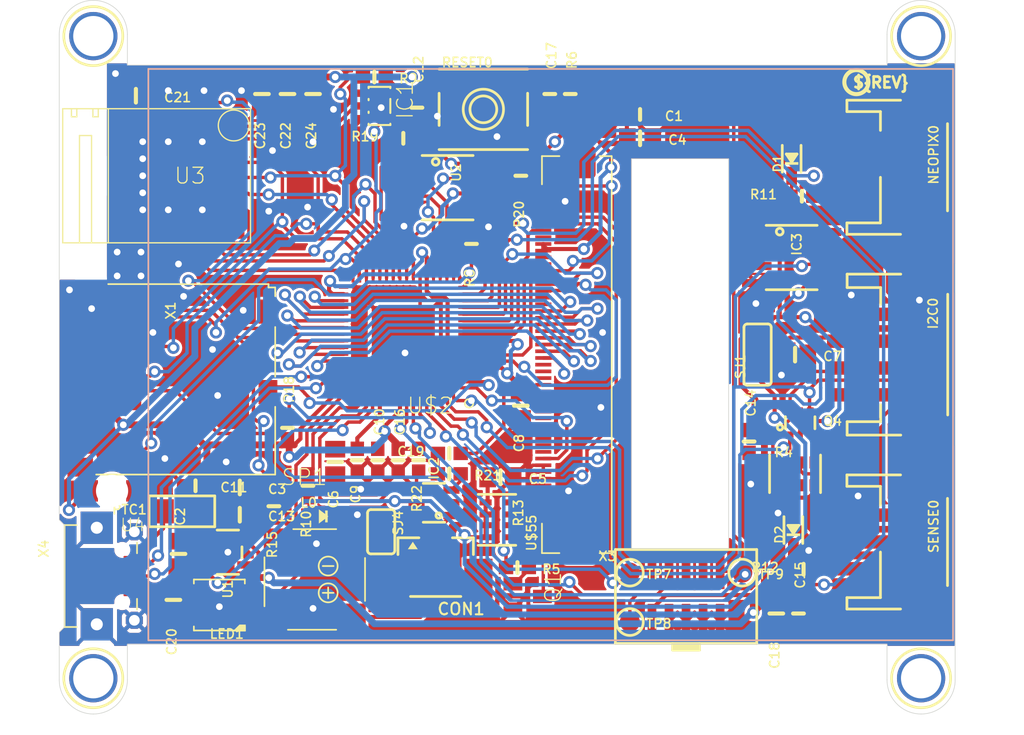
<source format=kicad_pcb>
(kicad_pcb (version 20221018) (generator pcbnew)
  (layers (0 "F.Cu" signal) (1 "In1.Cu" signal) (2 "In2.Cu" signal) (3 "In3.Cu" signal) (4 "In4.Cu" signal) (5 "In5.Cu" signal) (6 "In6.Cu" signal) (7 "In7.Cu" signal) (8 "In8.Cu" signal) (9 "In9.Cu" signal) (10 "In10.Cu" signal) (11 "In11.Cu" signal) (12 "In12.Cu" signal) (13 "In13.Cu" signal) (14 "In14.Cu" signal) (31 "B.Cu" signal) (34 "B.Paste" user) (35 "F.Paste" user) (36 "B.SilkS" user "B.Silkscreen") (37 "F.SilkS" user "F.Silkscreen") (38 "B.Mask" user) (39 "F.Mask" user) (44 "Edge.Cuts" user))
  (net 0 "")
  (net 1 "GND")
  (net 2 "LCD_DATA7")
  (net 3 "LCD_DATA6")
  (net 4 "LCD_DATA5")
  (net 5 "LCD_DATA4")
  (net 6 "LCD_DATA3")
  (net 7 "LCD_DATA2")
  (net 8 "LCD_DATA1")
  (net 9 "LCD_DATA0")
  (net 10 "TFT_CS")
  (net 11 "TFT_WR")
  (net 12 "TFT_RD")
  (net 13 "SCK")
  (net 14 "TOUCH_XL")
  (net 15 "TOUCH_XR")
  (net 16 "TOUCH_YD")
  (net 17 "N$1")
  (net 18 "N$2")
  (net 19 "N$3")
  (net 20 "N$4")
  (net 21 "N$16")
  (net 22 "TFT_BACKLITE")
  (net 23 "+5V")
  (net 24 "VCC")
  (net 25 "LEDK")
  (net 26 "MOSI")
  (net 27 "SD_CS")
  (net 28 "CARDDET")
  (net 29 "MISO")
  (net 30 "TFT_TE")
  (net 31 "TFT_RS")
  (net 32 "D-")
  (net 33 "D+")
  (net 34 "3.3V")
  (net 35 "~{RESET}")
  (net 36 "VDDCORE")
  (net 37 "SWCLK")
  (net 38 "SWDIO")
  (net 39 "ESP_CS")
  (net 40 "ESP_RESET")
  (net 41 "ESP_GPIO0")
  (net 42 "ESP_BUSY")
  (net 43 "AUDIO_OUT")
  (net 44 "LIGHT")
  (net 45 "N$8")
  (net 46 "D13")
  (net 47 "NEOPIX")
  (net 48 "SCL")
  (net 49 "SDA")
  (net 50 "D4_UNSAFE")
  (net 51 "D3_UNSAFE")
  (net 52 "D4")
  (net 53 "D3")
  (net 54 "VBUS")
  (net 55 "QSPI_DATA[0]")
  (net 56 "QSPI_DATA[1]")
  (net 57 "QSPI_SCK")
  (net 58 "QSPI_CS")
  (net 59 "QSPI_DATA[2]")
  (net 60 "QSPI_DATA[3]")
  (net 61 "RXD")
  (net 62 "TXD")
  (net 63 "TOUCH_YU")
  (net 64 "TFT_RESET")
  (net 65 "SPK_SD")
  (net 66 "N$10")
  (net 67 "N$11")
  (net 68 "SPRK-")
  (net 69 "SPKR+")
  (net 70 "ESP_RTS")
  (net 71 "N$13")
  (net 72 "ESP_MISO")
  (net 73 "SDA_3V")
  (net 74 "SCL_3V")
  (net 75 "N$5")
  (footprint "working:LED3535" (layer "F.Cu") (at 127.0381 123.4821 180)
    (fp_text reference "LED1")
    (fp_text value "WS2812B3535")
  )
  (footprint "working:FIDUCIAL_1MM" (layer "F.Cu") (at 180.6321 84.2391 90)
    (fp_text reference "U$9" hide)
    (fp_text value "FIDUCIAL_1MM" hide)
  )
  (footprint "working:SOIC8_208MIL" (layer "F.Cu") (at 144.0561 92.3671 -90)
    (fp_text reference "U2")
    (fp_text value "GD25Q64")
  )
  (footprint "working:0603-NO" (layer "F.Cu") (at 151.6761 85.3821 90)
    (fp_text reference "C17")
    (fp_text value "0.1uF")
  )
  (footprint "working:0805-NO" (layer "F.Cu") (at 149.5171 108.6231 -90)
    (fp_text reference "C8")
    (fp_text value "10uF")
  )
  (footprint "working:0603-NO" (layer "F.Cu") (at 141.8971 112.6871 -90)
    (fp_text reference "R22")
    (fp_text value "47K")
  )
  (footprint "working:SOD-323" (layer "F.Cu") (at 169.8371 117.8941 90)
    (fp_text reference "D2")
    (fp_text value "3.6V")
  )
  (footprint "working:MOUNTINGHOLE_3.0_PLATEDTHIN" (layer "F.Cu") (at 117.6401 128.9431 90)
    (fp_text reference "U$16" hide)
    (fp_text value "MOUNTINGHOLE3.0THIN" hide)
  )
  (footprint "working:SOLDERJUMPER_2WAY_OPEN_NOPASTE" (layer "F.Cu") (at 167.1701 104.8131 90)
    (fp_text reference "SJ1")
    (fp_text value "")
  )
  (footprint "working:SOIC8_150MIL" (layer "F.Cu") (at 169.7101 97.5741 -90)
    (fp_text reference "IC3")
    (fp_text value "ATECCX08")
  )
  (footprint "working:TESTPOINT_ROUND_1.5MM" (layer "F.Cu") (at 157.6451 121.0691)
    (fp_text reference "TP7")
    (fp_text value "")
  )
  (footprint "working:JSTPH4" (layer "F.Cu") (at 178.3461 104.8131 -90)
    (fp_text reference "I2C0")
    (fp_text value "JST PH 4")
  )
  (footprint "working:0805-NO" (layer "F.Cu") (at 135.6741 112.8141 -90)
    (fp_text reference "C6")
    (fp_text value "10uF")
  )
  (footprint "working:0805-NO" (layer "F.Cu") (at 128.5621 114.7191)
    (fp_text reference "C3")
    (fp_text value "10uF")
  )
  (footprint "working:0805-NO" (layer "F.Cu") (at 130.2131 85.3821 -90)
    (fp_text reference "C23")
    (fp_text value "10uF")
  )
  (footprint "working:0805-NO" (layer "F.Cu") (at 158.4071 88.6841)
    (fp_text reference "C4")
    (fp_text value "0.1uF")
  )
  (footprint "working:0603-NO" (layer "F.Cu") (at 153.2001 85.3821 90)
    (fp_text reference "R6")
    (fp_text value "10K")
  )
  (footprint "working:0603-NO" (layer "F.Cu") (at 133.6421 114.5921 -90)
    (fp_text reference "R10")
    (fp_text value "1K")
  )
  (footprint "working:MICROSD" (layer "F.Cu") (at 131.1021 99.6061 -90)
    (fp_text reference "X1")
    (fp_text value "microSD")
  )
  (footprint "working:0805-NO" (layer "F.Cu") (at 168.5671 124.1171 -90)
    (fp_text reference "C18")
    (fp_text value "10uF")
  )
  (footprint "working:0603-NO" (layer "F.Cu") (at 170.5991 120.8151 180)
    (fp_text reference "R12")
    (fp_text value "1K")
  )
  (footprint "working:CHIPLED_0805_NOOUTLINE" (layer "F.Cu") (at 134.7851 116.8781 -90)
    (fp_text reference "L0")
    (fp_text value "RED")
  )
  (footprint "working:JSTPH3" (layer "F.Cu") (at 177.3301 90.8431 -90)
    (fp_text reference "NEOPIX0")
    (fp_text value "JST PH 3")
  )
  (footprint "working:0805-NO" (layer "F.Cu") (at 123.6091 123.1011 -90)
    (fp_text reference "C20")
    (fp_text value "10uF")
  )
  (footprint "working:0603-NO" (layer "F.Cu") (at 149.5171 91.4781 -90)
    (fp_text reference "R20")
    (fp_text value "10K")
  )
  (footprint "working:0603-NO" (layer "F.Cu") (at 158.4071 86.9061)
    (fp_text reference "C1")
    (fp_text value "0.1uF")
  )
  (footprint "working:SOLDERJUMPER_CLOSEDWIRE" (layer "F.Cu") (at 139.1031 118.0211 -90)
    (fp_text reference "SJ4")
    (fp_text value "")
  )
  (footprint "working:4UCONN_20329_NARROW" (layer "F.Cu") (at 119.7991 121.3231 -90)
    (fp_text reference "X4")
    (fp_text value "microUSB")
  )
  (footprint "working:1206" (layer "F.Cu") (at 124.2441 116.4971 180)
    (fp_text reference "PTC1")
    (fp_text value "500mA")
  )
  (footprint "working:0805-NO" (layer "F.Cu") (at 128.5621 116.7511)
    (fp_text reference "C13")
    (fp_text value "10uF")
  )
  (footprint "working:SOT23-5" (layer "F.Cu") (at 127.6731 119.5451 -90)
    (fp_text reference "U1")
    (fp_text value "AP2112-3.3")
  )
  (footprint "working:TESTPOINT_ROUND_1.5MM" (layer "F.Cu") (at 166.0271 121.0691)
    (fp_text reference "TP9")
    (fp_text value "")
  )
  (footprint "working:0603-NO" (layer "F.Cu") (at 144.1831 112.1791 180)
    (fp_text reference "C19")
    (fp_text value "0.1uF")
  )
  (footprint "working:MOUNTINGHOLE_3.0_PLATEDTHIN" (layer "F.Cu") (at 179.3621 81.0641 90)
    (fp_text reference "U$15" hide)
    (fp_text value "MOUNTINGHOLE3.0THIN" hide)
  )
  (footprint "working:0805-NO" (layer "F.Cu") (at 123.9901 119.6721 90)
    (fp_text reference "C2")
    (fp_text value "10uF")
  )
  (footprint "working:0603-NO" (layer "F.Cu") (at 125.2601 114.5921)
    (fp_text reference "C11")
    (fp_text value ".1u")
  )
  (footprint "working:ARDUINO-UCS&SOCS_NINA-W1X" (layer "F.Cu") (at 123.6091 91.4781)
    (fp_text reference "U3")
    (fp_text value "NINA-W102" hide)
  )
  (footprint "working:0603-NO" (layer "F.Cu") (at 149.2631 120.6881)
    (fp_text reference "R5")
    (fp_text value "1K")
  )
  (footprint "working:53398-0271" (layer "F.Cu") (at 143.1671 120.0531 180)
    (fp_text reference "CON1")
    (fp_text value "CON_MOLEX_2P")
  )
  (footprint "working:BUZZER_SMT_7.5MM" (layer "F.Cu") (at 134.1501 121.5771)
    (fp_text reference "SP1")
    (fp_text value "7.5mm SPK")
  )
  (footprint "working:SOT23-BEC" (layer "F.Cu") (at 150.0251 122.8471 -90)
    (fp_text reference "Q1")
    (fp_text value "MMBT2222")
  )
  (footprint "working:0805-NO" (layer "F.Cu") (at 134.0231 85.3821 -90)
    (fp_text reference "C24")
    (fp_text value "10uF")
  )
  (footprint "working:0805-NO" (layer "F.Cu") (at 132.1181 85.3821 -90)
    (fp_text reference "C22")
    (fp_text value "10uF")
  )
  (footprint "working:0603-NO" (layer "F.Cu") (at 166.5351 111.2901 90)
    (fp_text reference "C14")
    (fp_text value ".1u")
  )
  (footprint "working:EVQ-Q2_SMALLER" (layer "F.Cu") (at 146.7231 86.5251)
    (fp_text reference "RESET0")
    (fp_text value "EVQQ 6mm")
  )
  (footprint "working:FIDUCIAL_1MM" (layer "F.Cu") (at 116.3701 110.7821 90)
    (fp_text reference "U$11" hide)
    (fp_text value "FIDUCIAL_1MM" hide)
  )
  (footprint "working:RESPACK_4X0603" (layer "F.Cu") (at 169.9641 113.7031)
    (fp_text reference "R4")
    (fp_text value "10K")
  )
  (footprint "working:2X05_1.27MM_SMT" (layer "F.Cu") (at 161.8361 122.8471)
    (fp_text reference "X3")
    (fp_text value "2x5 0.05\" SWD")
  )
  (footprint "working:RESPACK_4X0603" (layer "F.Cu") (at 147.7391 117.1321 -90)
    (fp_text reference "R13")
    (fp_text value "100")
  )
  (footprint "working:0603-NO" (layer "F.Cu") (at 170.2181 124.1171 90)
    (fp_text reference "C15")
    (fp_text value ".1u")
  )
  (footprint "working:JSTPH3" (layer "F.Cu") (at 177.3301 118.7831 -90)
    (fp_text reference "SENSE0")
    (fp_text value "JST PH 3")
  )
  (footprint "working:0603-NO" (layer "F.Cu") (at 140.3731 112.6871 90)
    (fp_text reference "C16")
    (fp_text value ".1u")
  )
  (footprint "working:0805-NO" (layer "F.Cu") (at 147.9931 113.9571)
    (fp_text reference "C5")
    (fp_text value "10uF")
  )
  (footprint "working:0603-NO" (layer "F.Cu") (at 145.8341 96.5581 -90)
    (fp_text reference "R8")
    (fp_text value "10K")
  )
  (footprint "working:PYPORTALPYNT_TOP" (layer "F.Cu") (at 115.1001 131.4831)
    (fp_text reference "U$19" hide)
    (fp_text value "" hide)
  )
  (footprint "working:ALS-PT26-21C" (layer "F.Cu") (at 119.0371 114.9731 180)
    (fp_text reference "U4")
    (fp_text value "ALS-PT21" hide)
  )
  (footprint "working:SOT23-6" (layer "F.Cu") (at 143.0401 115.8621 90)
    (fp_text reference "IC2")
    (fp_text value "PAM8301")
  )
  (footprint "working:TESTPOINT_ROUND_1.5MM" (layer "F.Cu") (at 157.6451 124.7521)
    (fp_text reference "TP8")
    (fp_text value "")
  )
  (footprint "working:0603-NO" (layer "F.Cu") (at 137.3251 112.6871 -90)
    (fp_text reference "C9")
    (fp_text value "1uF")
  )
  (footprint "working:0603-NO" (layer "F.Cu") (at 141.7701 86.3981 90)
    (fp_text reference "C12")
    (fp_text value ".1u")
  )
  (footprint "working:SOD-323" (layer "F.Cu") (at 169.7101 90.2081 90)
    (fp_text reference "D1")
    (fp_text value "3.6V")
  )
  (footprint "working:0603-NO" (layer "F.Cu") (at 138.8491 112.6871 90)
    (fp_text reference "C10")
    (fp_text value ".1u")
  )
  (footprint "working:0603-NO" (layer "F.Cu") (at 170.4721 93.0021 180)
    (fp_text reference "R11")
    (fp_text value "1K")
  )
  (footprint "working:SOT363" (layer "F.Cu") (at 170.3451 109.8931)
    (fp_text reference "Q4")
    (fp_text value "BSS138")
  )
  (footprint "working:0603-NO" (layer "F.Cu") (at 138.5951 84.1121)
    (fp_text reference "R9")
    (fp_text value "10K")
  )
  (footprint "working:PCBFEAT-REV-040" (layer "F.Cu") (at 174.5361 84.4931)
    (fp_text reference "U$63" hide)
    (fp_text value "" hide)
  )
  (footprint "working:MOUNTINGHOLE_3.0_PLATEDTHIN" (layer "F.Cu") (at 179.3621 128.9431 90)
    (fp_text reference "U$7" hide)
    (fp_text value "MOUNTINGHOLE3.0THIN" hide)
  )
  (footprint "working:0603-NO" (layer "F.Cu") (at 144.1831 113.7031)
    (fp_text reference "R21")
    (fp_text value "47K")
  )
  (footprint "working:0805-NO" (layer "F.Cu") (at 120.8151 85.5091)
    (fp_text reference "C21")
    (fp_text value "10uF")
  )
  (footprint "working:0603-NO" (layer "F.Cu") (at 131.1021 116.1161 -90)
    (fp_text reference "R15")
    (fp_text value "10K")
  )
  (footprint "working:0603-NO" (layer "F.Cu") (at 132.1181 110.2741 90)
    (fp_text reference "R18")
    (fp_text value "10K")
  )
  (footprint "working:0603-NO" (layer "F.Cu") (at 140.7541 88.6841 180)
    (fp_text reference "R19")
    (fp_text value "10K")
  )
  (footprint "working:MOUNTINGHOLE_3.0_PLATEDTHIN" (layer "F.Cu") (at 117.6401 81.0641 90)
    (fp_text reference "U$17" hide)
    (fp_text value "MOUNTINGHOLE3.0THIN" hide)
  )
  (footprint "working:0805-NO" (layer "F.Cu") (at 169.9641 104.8131)
    (fp_text reference "C7")
    (fp_text value "10uF")
  )
  (footprint "working:SOT23-5L" (layer "F.Cu") (at 138.9761 86.2711 -90)
    (fp_text reference "IC1")
    (fp_text value "74AHC1G125")
  )
  (footprint "working:FIDUCIAL_1MM" (layer "F.Cu") (at 180.3781 125.3871 90)
    (fp_text reference "U$23" hide)
    (fp_text value "FIDUCIAL_1MM" hide)
  )
  (footprint "working:PQFN64-1" (layer "F.Cu") (at 140.7541 103.5431 180)
    (fp_text reference "U$2")
    (fp_text value "ATSAMD51J20")
  )
  (footprint "working:PYPORTALPYNT_BOT" (layer "B.Cu") (at 181.9021 131.4831 180)
    (fp_text reference "U$54" hide)
    (fp_text value "" hide)
  )
  (footprint "working:TFT_2.4IN_240X320_50PIN" (layer "B.Cu") (at 179.7431 104.8131 -90)
    (fp_text reference "U$55")
    (fp_text value "DISP_LCD_240X320_50PIN-2.4IN")
  )
  (gr_line (start 176.8221 80.9371) (end 176.8221 83.2231) (stroke (width 0.05)) (layer "Edge.Cuts"))
  (gr_line (start 120.1801 126.4031) (end 176.8221 126.4031) (stroke (width 0.05)) (layer "Edge.Cuts"))
  (gr_line (start 176.8221 126.4031) (end 176.8221 129.0701) (stroke (width 0.05)) (layer "Edge.Cuts"))
  (gr_line (start 165.0111 119.2911) (end 165.0111 90.2081) (stroke (width 0.05)) (layer "Edge.Cuts"))
  (gr_arc (start 179.3621 78.3971) (mid 181.158151 79.141049) (end 181.9021 80.9371) (stroke (width 0.05)) (layer "Edge.Cuts"))
  (gr_line (start 115.4811 125.1331) (end 115.1001 125.5141) (stroke (width 0.05)) (layer "Edge.Cuts"))
  (gr_line (start 157.7721 119.2911) (end 165.0111 119.2911) (stroke (width 0.05)) (layer "Edge.Cuts"))
  (gr_line (start 120.1801 129.0701) (end 120.1801 126.4031) (stroke (width 0.05)) (layer "Edge.Cuts"))
  (gr_line (start 115.1001 117.1321) (end 115.4811 117.5131) (stroke (width 0.05)) (layer "Edge.Cuts"))
  (gr_line (start 120.1801 83.2231) (end 120.1801 80.9371) (stroke (width 0.05)) (layer "Edge.Cuts"))
  (gr_line (start 176.8221 83.2231) (end 120.1801 83.2231) (stroke (width 0.05)) (layer "Edge.Cuts"))
  (gr_line (start 115.4811 117.5131) (end 115.4811 125.1331) (stroke (width 0.05)) (layer "Edge.Cuts"))
  (gr_arc (start 181.9021 129.0701) (mid 181.158151 130.866151) (end 179.3621 131.6101) (stroke (width 0.05)) (layer "Edge.Cuts"))
  (gr_line (start 115.1001 80.9371) (end 115.1001 117.1321) (stroke (width 0.05)) (layer "Edge.Cuts"))
  (gr_arc (start 117.6401 78.3971) (mid 119.436151 79.141049) (end 120.1801 80.9371) (stroke (width 0.05)) (layer "Edge.Cuts"))
  (gr_arc (start 117.6401 131.6101) (mid 115.844049 130.866151) (end 115.1001 129.0701) (stroke (width 0.05)) (layer "Edge.Cuts"))
  (gr_arc (start 120.1801 129.0701) (mid 119.436151 130.866151) (end 117.6401 131.6101) (stroke (width 0.05)) (layer "Edge.Cuts"))
  (gr_line (start 115.1001 125.5141) (end 115.1001 129.0701) (stroke (width 0.05)) (layer "Edge.Cuts"))
  (gr_arc (start 176.8221 80.9371) (mid 177.566049 79.141049) (end 179.3621 78.3971) (stroke (width 0.05)) (layer "Edge.Cuts"))
  (gr_arc (start 179.3621 131.6101) (mid 177.566049 130.866151) (end 176.8221 129.0701) (stroke (width 0.05)) (layer "Edge.Cuts"))
  (gr_line (start 181.9021 129.0701) (end 181.9021 80.9371) (stroke (width 0.05)) (layer "Edge.Cuts"))
  (gr_arc (start 115.1001 80.9371) (mid 115.844049 79.141049) (end 117.6401 78.3971) (stroke (width 0.05)) (layer "Edge.Cuts"))
  (gr_line (start 157.7721 90.2081) (end 157.7721 119.2911) (stroke (width 0.05)) (layer "Edge.Cuts"))
  (gr_line (start 165.0111 90.2081) (end 157.7721 90.2081) (stroke (width 0.05)) (layer "Edge.Cuts"))
  (segment (start 152.4991 93.0631) (end 152.8191 93.3831) (width 0.254) (layer "F.Cu") (net 1))
  (segment (start 141.2621 86.5251) (end 141.1528 86.4158) (width 0.254) (layer "F.Cu") (net 1))
  (segment (start 151.1631 114.5921) (end 150.0251 114.5921) (width 0.254) (layer "F.Cu") (net 1))
  (segment (start 142.0041 99.0931) (end 142.0041 102.2931) (width 0.254) (layer "F.Cu") (net 1))
  (segment (start 136.3041 106.7931) (end 137.5041 106.7931) (width 0.254) (layer "F.Cu") (net 1))
  (segment (start 141.133325 86.4158) (end 141.115625 86.3981) (width 0.254) (layer "F.Cu") (net 1))
  (segment (start 150.0251 113.4491) (end 150.0251 114.0631) (width 0.254) (layer "F.Cu") (net 1))
  (segment (start 141.2621 86.7401) (end 141.2621 86.5251) (width 0.254) (layer "F.Cu") (net 1))
  (segment (start 151.1921 113.5631) (end 150.1391 113.5631) (width 0.254) (layer "F.Cu") (net 1))
  (segment (start 149.0491 114.0631) (end 148.9431 113.9571) (width 0.254) (layer "F.Cu") (net 1))
  (segment (start 142.0041 102.2931) (end 140.7541 103.5431) (width 0.254) (layer "F.Cu") (net 1))
  (segment (start 151.1921 93.5631) (end 152.6391 93.5631) (width 0.254) (layer "F.Cu") (net 1))
  (segment (start 150.1391 113.5631) (end 150.0251 113.4491) (width 0.254) (layer "F.Cu") (net 1))
  (segment (start 150.0251 114.5921) (end 150.0251 114.0631) (width 0.254) (layer "F.Cu") (net 1))
  (segment (start 141.115625 86.3981) (end 139.1031 86.3981) (width 0.254) (layer "F.Cu") (net 1))
  (segment (start 150.0251 114.0631) (end 149.0491 114.0631) (width 0.254) (layer "F.Cu") (net 1))
  (segment (start 152.4171 114.0631) (end 153.0731 114.7191) (width 0.254) (layer "F.Cu") (net 1))
  (segment (start 151.1921 93.0631) (end 152.4991 93.0631) (width 0.254) (layer "F.Cu") (net 1))
  (segment (start 151.1921 114.0631) (end 150.0251 114.0631) (width 0.254) (layer "F.Cu") (net 1))
  (segment (start 141.5041 104.2931) (end 140.7541 103.5431) (width 0.254) (layer "F.Cu") (net 1))
  (segment (start 117.7481 100.0061) (end 117.5621 100.0061) (width 0.254) (layer "F.Cu") (net 1))
  (segment (start 151.9991 92.5631) (end 152.8191 93.3831) (width 0.254) (layer "F.Cu") (net 1))
  (segment (start 150.4111 113.0631) (end 150.0251 113.4491) (width 0.254) (layer "F.Cu") (net 1))
  (segment (start 145.2041 104.2931) (end 141.5041 104.2931) (width 0.254) (layer "F.Cu") (net 1))
  (segment (start 152.6391 93.5631) (end 152.8191 93.3831) (width 0.254) (layer "F.Cu") (net 1))
  (segment (start 151.1921 114.0631) (end 152.4171 114.0631) (width 0.254) (layer "F.Cu") (net 1))
  (segment (start 153.0731 114.7191) (end 153.0731 114.9731) (width 0.254) (layer "F.Cu") (net 1))
  (segment (start 141.7701 87.2481) (end 141.2621 86.7401) (width 0.254) (layer "F.Cu") (net 1))
  (segment (start 151.1921 114.5631) (end 151.1631 114.5921) (width 0.254) (layer "F.Cu") (net 1))
  (segment (start 139.5041 107.9931) (end 139.5041 104.7931) (width 0.254) (layer "F.Cu") (net 1))
  (segment (start 151.1921 92.5631) (end 151.9991 92.5631) (width 0.254) (layer "F.Cu") (net 1))
  (segment (start 137.5041 106.7931) (end 140.7541 103.5431) (width 0.254) (layer "F.Cu") (net 1))
  (segment (start 151.1921 113.0631) (end 150.4111 113.0631) (width 0.254) (layer "F.Cu") (net 1))
  (segment (start 139.5041 104.7931) (end 140.7541 103.5431) (width 0.254) (layer "F.Cu") (net 1))
  (segment (start 141.1528 86.4158) (end 141.133325 86.4158) (width 0.254) (layer "F.Cu") (net 1))
  (segment (start 151.1921 113.0631) (end 151.1921 113.5631) (width 0.254) (layer "F.Cu") (net 1))
  (segment (start 151.1921 113.5631) (end 151.1921 114.0631) (width 0.254) (layer "F.Cu") (net 1))
  (via (at 147.7391 88.5571) (size 0.9064) (drill 0.5) (layers "F.Cu" "B.Cu") (net 1))
  (via (at 166.6621 114.4651) (size 0.9064) (drill 0.5) (layers "F.Cu" "B.Cu") (net 1))
  (via (at 128.8161 101.5111) (size 0.9064) (drill 0.5) (layers "F.Cu" "B.Cu") (net 1))
  (via (at 134.0231 88.9381) (size 0.9064) (drill 0.5) (layers "F.Cu" "B.Cu") (net 1))
  (via (at 127.6731 119.5451) (size 0.9064) (drill 0.5) (layers "F.Cu" "B.Cu") (net 1))
  (via (at 140.8049 95.2373) (size 0.9064) (drill 0.5) (layers "F.Cu" "B.Cu") (net 1))
  (via (at 137.5791 114.8461) (size 0.9064) (drill 0.5) (layers "F.Cu" "B.Cu") (net 1))
  (via (at 168.6941 116.6241) (size 0.9064) (drill 0.5) (layers "F.Cu" "B.Cu") (net 1))
  (via (at 121.3231 91.4781) (size 0.9064) (drill 0.5) (layers "F.Cu" "B.Cu") (net 1))
  (via (at 121.3231 92.7481) (size 0.9064) (drill 0.5) (layers "F.Cu" "B.Cu") (net 1))
  (via (at 127.0381 123.6091) (size 0.9064) (drill 0.5) (layers "F.Cu" "B.Cu") (net 1))
  (via (at 125.7681 88.9381) (size 0.9064) (drill 0.5) (layers "F.Cu" "B.Cu") (net 1))
  (via (at 179.2351 100.7491) (size 0.9064) (drill 0.5) (layers "F.Cu" "B.Cu") (net 1))
  (via (at 117.5131 101.3841) (size 0.9064) (drill 0.5) (layers "F.Cu" "B.Cu") (net 1))
  (via (at 121.3231 90.2081) (size 0.9064) (drill 0.5) (layers "F.Cu" "B.Cu") (net 1))
  (via (at 121.1961 98.9457) (size 0.9064) (drill 0.5) (layers "F.Cu" "B.Cu") (net 1))
  (via (at 126.9111 107.8611) (size 0.9064) (drill 0.5) (layers "F.Cu" "B.Cu") (net 1))
  (via (at 124.3711 100.4697) (size 0.9064) (drill 0.5) (layers "F.Cu" "B.Cu") (net 1))
  (via (at 123.2281 88.9381) (size 0.9064) (drill 0.5) (layers "F.Cu" "B.Cu") (net 1))
  (via (at 133.6167 93.8149) (size 0.9064) (drill 0.5) (layers "F.Cu" "B.Cu") (net 1))
  (via (at 131.0005 89.5985) (size 0.9064) (drill 0.5) (layers "F.Cu" "B.Cu") (net 1))
  (via (at 123.9901 98.0567) (size 0.9064) (drill 0.5) (layers "F.Cu" "B.Cu") (net 1))
  (via (at 121.3231 88.9381) (size 0.9064) (drill 0.5) (layers "F.Cu" "B.Cu") (net 1))
  (via (at 125.8951 85.1281) (size 0.9064) (drill 0.5) (layers "F.Cu" "B.Cu") (net 1))
  (via (at 147.1041 95.2881) (size 0.9064) (drill 0.5) (layers "F.Cu" "B.Cu") (net 1))
  (via (at 174.6631 115.3541) (size 0.9064) (drill 0.5) (layers "F.Cu" "B.Cu") (net 1))
  (via (at 153.0731 114.9731) (size 0.9064) (drill 0.5) (layers "F.Cu" "B.Cu") (net 1))
  (via (at 134.0231 123.7361) (size 0.9064) (drill 0.5) (layers "F.Cu" "B.Cu") (net 1))
  (via (at 122.9741 112.5601) (size 0.9064) (drill 0.5) (layers "F.Cu" "B.Cu") (net 1))
  (via (at 130.7211 94.1197) (size 0.9064) (drill 0.5) (layers "F.Cu" "B.Cu") (net 1))
  (via (at 126.5301 104.4321) (size 0.9064) (drill 0.5) (layers "F.Cu" "B.Cu") (net 1))
  (via (at 137.3251 116.7511) (size 0.9064) (drill 0.5) (layers "F.Cu" "B.Cu") (net 1))
  (via (at 127.5461 112.8141) (size 0.9064) (drill 0.5) (layers "F.Cu" "B.Cu") (net 1))
  (via (at 167.0431 101.0031) (size 0.9064) (drill 0.5) (layers "F.Cu" "B.Cu") (net 1))
  (via (at 128.6891 85.1281) (size 0.9064) (drill 0.5) (layers "F.Cu" "B.Cu") (net 1))
  (via (at 155.4861 108.7501) (size 0.9064) (drill 0.5) (layers "F.Cu" "B.Cu") (net 1))
  (via (at 152.8191 93.3831) (size 0.9064) (drill 0.5) (layers "F.Cu" "B.Cu") (net 1))
  (via (at 119.4181 98.9457) (size 0.9064) (drill 0.5) (layers "F.Cu" "B.Cu") (net 1))
  (via (at 174.1551 100.3681) (size 0.9064) (drill 0.5) (layers "F.Cu" "B.Cu") (net 1))
  (via (at 143.2941 87.0331) (size 0.9064) (drill 0.5) (layers "F.Cu" "B.Cu") (net 1))
  (via (at 123.2281 85.1281) (size 0.9064) (drill 0.5) (layers "F.Cu" "B.Cu") (net 1))
  (via (at 134.2771 118.9101) (size 0.9064) (drill 0.5) (layers "F.Cu" "B.Cu") (net 1))
  (via (at 119.4181 97.1677) (size 0.9064) (drill 0.5) (layers "F.Cu" "B.Cu") (net 1))
  (via (at 121.3231 94.0181) (size 0.9064) (drill 0.5) (layers "F.Cu" "B.Cu") (net 1))
  (via (at 168.9481 106.3371) (size 0.9064) (drill 0.5) (layers "F.Cu" "B.Cu") (net 1))
  (via (at 139.1031 86.3981) (size 0.9064) (drill 0.5) (layers "F.Cu" "B.Cu") (net 1))
  (via (at 155.6131 103.1621) (size 0.9064) (drill 0.5) (layers "F.Cu" "B.Cu") (net 1))
  (via (at 122.0851 103.1621) (size 0.9064) (drill 0.5) (layers "F.Cu" "B.Cu") (net 1))
  (via (at 135.5471 86.5251) (size 0.9064) (drill 0.5) (layers "F.Cu" "B.Cu") (net 1))
  (via (at 123.2281 94.0181) (size 0.9064) (drill 0.5) (layers "F.Cu" "B.Cu") (net 1))
  (via (at 140.8811 104.6861) (size 0.9064) (drill 0.5) (layers "F.Cu" "B.Cu") (net 1))
  (via (at 115.8621 99.9871) (size 0.9064) (drill 0.5) (layers "F.Cu" "B.Cu") (net 1))
  (via (at 170.9801 119.4181) (size 0.9064) (drill 0.5) (layers "F.Cu" "B.Cu") (net 1))
  (via (at 119.2911 83.8581) (size 0.9064) (drill 0.5) (layers "F.Cu" "B.Cu") (net 1))
  (via (at 125.7681 94.0181) (size 0.9064) (drill 0.5) (layers "F.Cu" "B.Cu") (net 1))
  (via (at 121.1961 97.1677) (size 0.9064) (drill 0.5) (layers "F.Cu" "B.Cu") (net 1))
  (segment (start 136.3041 105.2931) (end 134.711312 105.2931) (width 0.254) (layer "F.Cu") (net 2))
  (segment (start 152.7459 105.8478) (end 152.7459 106.2288) (width 0.254) (layer "F.Cu") (net 2))
  (segment (start 151.1921 105.0631) (end 151.9612 105.0631) (width 0.254) (layer "F.Cu") (net 2))
  (segment (start 134.543706 105.460707) (end 134.338153 105.66626) (width 0.254) (layer "F.Cu") (net 2))
  (segment (start 134.711312 105.2931) (end 134.543706 105.460707) (width 0.254) (layer "F.Cu") (net 2))
  (segment (start 134.33815 105.666263) (end 134.338153 105.66626) (width 0.254) (layer "F.Cu") (net 2))
  (segment (start 151.9612 105.0631) (end 152.7459 105.8478) (width 0.254) (layer "F.Cu") (net 2))
  (via (at 152.7459 106.2288) (size 0.9064) (drill 0.5) (layers "F.Cu" "B.Cu") (net 2))
  (via (at 134.33815 105.666263) (size 0.9064) (drill 0.5) (layers "F.Cu" "B.Cu") (net 2))
  (segment (start 152.7459 106.2288) (end 152.7459 105.825388) (width 0.254) (layer "B.Cu") (net 2))
  (segment (start 138.150887 104.6567) (end 139.747087 103.0605) (width 0.254) (layer "B.Cu") (net 2))
  (segment (start 135.347712 104.6567) (end 138.150887 104.6567) (width 0.254) (layer "B.Cu") (net 2))
  (segment (start 134.33815 105.666263) (end 135.347712 104.6567) (width 0.254) (layer "B.Cu") (net 2))
  (segment (start 152.7459 105.825388) (end 149.981012 103.0605) (width 0.254) (layer "B.Cu") (net 2))
  (segment (start 139.747087 103.0605) (end 149.981012 103.0605) (width 0.254) (layer "B.Cu") (net 2))
  (segment (start 153.4745 105.3064) (end 152.7312 104.5631) (width 0.254) (layer "F.Cu") (net 3))
  (segment (start 133.988 104.7931) (end 133.1141 105.667) (width 0.254) (layer "F.Cu") (net 3))
  (segment (start 136.3041 104.7931) (end 133.988 104.7931) (width 0.254) (layer "F.Cu") (net 3))
  (segment (start 132.3521 105.667) (end 132.2251 105.54) (width 0.254) (layer "F.Cu") (net 3))
  (segment (start 133.1141 105.667) (end 132.3521 105.667) (width 0.254) (layer "F.Cu") (net 3))
  (segment (start 152.7312 104.5631) (end 151.1921 104.5631) (width 0.254) (layer "F.Cu") (net 3))
  (via (at 132.2251 105.54) (size 0.9064) (drill 0.5) (layers "F.Cu" "B.Cu") (net 3))
  (via (at 153.4745 105.3064) (size 0.9064) (drill 0.5) (layers "F.Cu" "B.Cu") (net 3))
  (segment (start 139.557706 102.6033) (end 150.551393 102.6033) (width 0.254) (layer "B.Cu") (net 3))
  (segment (start 153.254493 105.3064) (end 153.4745 105.3064) (width 0.254) (layer "B.Cu") (net 3))
  (segment (start 134.5816 104.1995) (end 137.961506 104.1995) (width 0.254) (layer "B.Cu") (net 3))
  (segment (start 132.2251 105.54) (end 132.3521 105.667) (width 0.254) (layer "B.Cu") (net 3))
  (segment (start 133.1141 105.667) (end 132.3521 105.667) (width 0.254) (layer "B.Cu") (net 3))
  (segment (start 133.1141 105.667) (end 134.5816 104.1995) (width 0.254) (layer "B.Cu") (net 3))
  (segment (start 137.961506 104.1995) (end 139.557706 102.6033) (width 0.254) (layer "B.Cu") (net 3))
  (segment (start 150.551393 102.6033) (end 153.254493 105.3064) (width 0.254) (layer "B.Cu") (net 3))
  (segment (start 153.396306 104.523) (end 152.936406 104.0631) (width 0.254) (layer "F.Cu") (net 4))
  (segment (start 136.3041 104.2931) (end 136.304096 104.2931) (width 0.254) (layer "F.Cu") (net 4))
  (segment (start 152.936406 104.0631) (end 151.1921 104.0631) (width 0.254) (layer "F.Cu") (net 4))
  (segment (start 133.380103 104.2931) (end 133.0205 104.6527) (width 0.254) (layer "F.Cu") (net 4))
  (segment (start 154.7241 105.2877) (end 153.9594 104.523) (width 0.254) (layer "F.Cu") (net 4))
  (segment (start 136.304096 104.2931) (end 136.0551 104.2931) (width 0.254) (layer "F.Cu") (net 4))
  (segment (start 153.9594 104.523) (end 153.396306 104.523) (width 0.254) (layer "F.Cu") (net 4))
  (segment (start 136.0551 104.2931) (end 133.380103 104.2931) (width 0.254) (layer "F.Cu") (net 4))
  (via (at 133.0205 104.6527) (size 0.9064) (drill 0.5) (layers "F.Cu" "B.Cu") (net 4))
  (via (at 154.7241 105.2877) (size 0.9064) (drill 0.5) (layers "F.Cu" "B.Cu") (net 4))
  (segment (start 133.9309 103.7423) (end 133.0205 104.6527) (width 0.254) (layer "B.Cu") (net 4))
  (segment (start 139.368325 102.1461) (end 137.772125 103.7423) (width 0.254) (layer "B.Cu") (net 4))
  (segment (start 154.5637 105.2877) (end 154.7241 105.2877) (width 0.254) (layer "B.Cu") (net 4))
  (segment (start 153.799 104.523) (end 154.5637 105.2877) (width 0.254) (layer "B.Cu") (net 4))
  (segment (start 150.740775 102.1461) (end 139.368325 102.1461) (width 0.254) (layer "B.Cu") (net 4))
  (segment (start 153.117675 104.523) (end 153.799 104.523) (width 0.254) (layer "B.Cu") (net 4))
  (segment (start 137.772125 103.7423) (end 133.9309 103.7423) (width 0.254) (layer "B.Cu") (net 4))
  (segment (start 150.740775 102.1461) (end 153.117675 104.523) (width 0.254) (layer "B.Cu") (net 4))
  (segment (start 132.6435 103.7931) (end 136.3041 103.7931) (width 0.254) (layer "F.Cu") (net 5))
  (segment (start 154.6118 104.0658) (end 154.7241 104.1781) (width 0.254) (layer "F.Cu") (net 5))
  (segment (start 153.082987 103.5631) (end 153.585687 104.0658) (width 0.254) (layer "F.Cu") (net 5))
  (segment (start 132.6435 103.7931) (end 131.7505 104.6861) (width 0.254) (layer "F.Cu") (net 5))
  (segment (start 151.1921 103.5631) (end 153.082987 103.5631) (width 0.254) (layer "F.Cu") (net 5))
  (segment (start 131.7505 104.6861) (end 131.3695 104.6861) (width 0.254) (layer "F.Cu") (net 5))
  (segment (start 153.585687 104.0658) (end 154.6118 104.0658) (width 0.254) (layer "F.Cu") (net 5))
  (via (at 131.3695 104.6861) (size 0.9064) (drill 0.5) (layers "F.Cu" "B.Cu") (net 5))
  (via (at 154.7241 104.1781) (size 0.9064) (drill 0.5) (layers "F.Cu" "B.Cu") (net 5))
  (segment (start 153.307056 104.0658) (end 150.930156 101.6889) (width 0.254) (layer "B.Cu") (net 5))
  (segment (start 139.178943 101.6889) (end 137.582743 103.2851) (width 0.254) (layer "B.Cu") (net 5))
  (segment (start 150.930156 101.6889) (end 139.178943 101.6889) (width 0.254) (layer "B.Cu") (net 5))
  (segment (start 131.7505 104.6861) (end 131.3695 104.6861) (width 0.254) (layer "B.Cu") (net 5))
  (segment (start 133.1515 103.2851) (end 131.7505 104.6861) (width 0.254) (layer "B.Cu") (net 5))
  (segment (start 154.6118 104.0658) (end 153.307056 104.0658) (width 0.254) (layer "B.Cu") (net 5))
  (segment (start 137.582743 103.2851) (end 133.1515 103.2851) (width 0.254) (layer "B.Cu") (net 5))
  (segment (start 154.7241 104.1781) (end 154.6118 104.0658) (width 0.254) (layer "B.Cu") (net 5))
  (segment (start 132.6227 102.2931) (end 132.2334 101.9038) (width 0.254) (layer "F.Cu") (net 6))
  (segment (start 153.910184 103.282397) (end 153.690887 103.0631) (width 0.254) (layer "F.Cu") (net 6))
  (segment (start 153.69089 103.063104) (end 153.690887 103.063104) (width 0.254) (layer "F.Cu") (net 6))
  (segment (start 136.3041 102.2931) (end 132.6227 102.2931) (width 0.254) (layer "F.Cu") (net 6))
  (segment (start 132.2334 101.9038) (end 132.1064 101.9038) (width 0.254) (layer "F.Cu") (net 6))
  (segment (start 153.910184 103.282397) (end 153.69089 103.063104) (width 0.254) (layer "F.Cu") (net 6))
  (segment (start 153.690887 103.0631) (end 151.1921 103.0631) (width 0.254) (layer "F.Cu") (net 6))
  (segment (start 153.910181 103.282397) (end 153.690887 103.063104) (width 0.254) (layer "F.Cu") (net 6))
  (via (at 153.910184 103.282397) (size 0.9064) (drill 0.5) (layers "F.Cu" "B.Cu") (net 6))
  (via (at 132.1064 101.9038) (size 0.9064) (drill 0.5) (layers "F.Cu" "B.Cu") (net 6))
  (segment (start 133.110818 102.8279) (end 137.393362 102.8279) (width 0.254) (layer "B.Cu") (net 6))
  (segment (start 133.110818 102.8279) (end 132.186718 101.9038) (width 0.254) (layer "B.Cu") (net 6))
  (segment (start 132.1064 101.9038) (end 132.186718 101.9038) (width 0.254) (layer "B.Cu") (net 6))
  (segment (start 151.119537 101.2317) (end 153.170231 103.282397) (width 0.254) (layer "B.Cu") (net 6))
  (segment (start 137.393362 102.8279) (end 138.989562 101.2317) (width 0.254) (layer "B.Cu") (net 6))
  (segment (start 153.170231 103.282397) (end 153.910184 103.282397) (width 0.254) (layer "B.Cu") (net 6))
  (segment (start 138.989562 101.2317) (end 151.119537 101.2317) (width 0.254) (layer "B.Cu") (net 6))
  (segment (start 133.2306 101.7931) (end 131.9309 100.4934) (width 0.254) (layer "F.Cu") (net 7))
  (segment (start 153.811581 102.2731) (end 153.553881 102.5308) (width 0.254) (layer "F.Cu") (net 7))
  (segment (start 153.553881 102.5308) (end 151.2244 102.5308) (width 0.254) (layer "F.Cu") (net 7))
  (segment (start 136.3041 101.7931) (end 133.2306 101.7931) (width 0.254) (layer "F.Cu") (net 7))
  (segment (start 151.2244 102.5308) (end 151.1921 102.5631) (width 0.254) (layer "F.Cu") (net 7))
  (segment (start 131.9309 100.346613) (end 131.9309 100.4934) (width 0.254) (layer "F.Cu") (net 7))
  (segment (start 154.4701 102.2731) (end 153.811581 102.2731) (width 0.254) (layer "F.Cu") (net 7))
  (via (at 154.4701 102.2731) (size 0.9064) (drill 0.5) (layers "F.Cu" "B.Cu") (net 7))
  (via (at 131.9309 100.346613) (size 0.9064) (drill 0.5) (layers "F.Cu" "B.Cu") (net 7))
  (segment (start 133.6812 102.2437) (end 131.9309 100.4934) (width 0.254) (layer "B.Cu") (net 7))
  (segment (start 131.9309 100.346613) (end 131.9309 100.4934) (width 0.254) (layer "B.Cu") (net 7))
  (segment (start 137.203981 102.2437) (end 138.673178 100.774504) (width 0.254) (layer "B.Cu") (net 7))
  (segment (start 154.4701 102.2731) (end 154.470096 102.2731) (width 0.254) (layer "B.Cu") (net 7))
  (segment (start 138.673178 100.774504) (end 151.308921 100.774504) (width 0.254) (layer "B.Cu") (net 7))
  (segment (start 133.6812 102.2437) (end 137.203981 102.2437) (width 0.254) (layer "B.Cu") (net 7))
  (segment (start 154.0891 102.2731) (end 154.470096 102.2731) (width 0.254) (layer "B.Cu") (net 7))
  (segment (start 152.807518 102.2731) (end 154.0891 102.2731) (width 0.254) (layer "B.Cu") (net 7))
  (segment (start 151.308921 100.774504) (end 152.807518 102.2731) (width 0.254) (layer "B.Cu") (net 7))
  (segment (start 151.939375 102.0203) (end 151.928875 102.0308) (width 0.254) (layer "F.Cu") (net 8))
  (segment (start 136.3041 101.2931) (end 133.8385 101.2931) (width 0.254) (layer "F.Cu") (net 8))
  (segment (start 151.2244 102.0308) (end 151.1921 102.0631) (width 0.254) (layer "F.Cu") (net 8))
  (segment (start 151.928875 102.0308) (end 151.2244 102.0308) (width 0.254) (layer "F.Cu") (net 8))
  (segment (start 154.054 101.3841) (end 153.4178 102.0203) (width 0.254) (layer "F.Cu") (net 8))
  (segment (start 155.2321 101.3841) (end 154.054 101.3841) (width 0.254) (layer "F.Cu") (net 8))
  (segment (start 153.4178 102.0203) (end 151.939375 102.0203) (width 0.254) (layer "F.Cu") (net 8))
  (segment (start 133.8385 101.2931) (end 133.0405 100.4951) (width 0.254) (layer "F.Cu") (net 8))
  (via (at 133.0405 100.4951) (size 0.9064) (drill 0.5) (layers "F.Cu" "B.Cu") (net 8))
  (via (at 155.2321 101.3841) (size 0.9064) (drill 0.5) (layers "F.Cu" "B.Cu") (net 8))
  (segment (start 133.8239 101.6595) (end 133.0405 100.8761) (width 0.254) (layer "B.Cu") (net 8))
  (segment (start 151.4983 100.3173) (end 152.8405 101.6595) (width 0.254) (layer "B.Cu") (net 8))
  (segment (start 133.0405 100.4951) (end 133.0405 100.8761) (width 0.254) (layer "B.Cu") (net 8))
  (segment (start 137.1416 101.6595) (end 138.483803 100.3173) (width 0.254) (layer "B.Cu") (net 8))
  (segment (start 133.8239 101.6595) (end 137.1416 101.6595) (width 0.254) (layer "B.Cu") (net 8))
  (segment (start 153.7786 101.6595) (end 154.054 101.3841) (width 0.254) (layer "B.Cu") (net 8))
  (segment (start 152.8405 101.6595) (end 153.7786 101.6595) (width 0.254) (layer "B.Cu") (net 8))
  (segment (start 138.483803 100.3173) (end 151.4983 100.3173) (width 0.254) (layer "B.Cu") (net 8))
  (segment (start 154.054 101.3841) (end 155.2321 101.3841) (width 0.254) (layer "B.Cu") (net 8))
  (segment (start 136.3041 100.7931) (end 134.4481 100.7931) (width 0.254) (layer "F.Cu") (net 9))
  (segment (start 134.4481 100.7931) (end 134.1501 100.4951) (width 0.254) (layer "F.Cu") (net 9))
  (segment (start 153.2001 100.8761) (end 152.5131 101.5631) (width 0.254) (layer "F.Cu") (net 9))
  (segment (start 152.5131 101.5631) (end 151.1921 101.5631) (width 0.254) (layer "F.Cu") (net 9))
  (via (at 153.2001 100.8761) (size 0.9064) (drill 0.5) (layers "F.Cu" "B.Cu") (net 9))
  (via (at 134.1501 100.4951) (size 0.9064) (drill 0.5) (layers "F.Cu" "B.Cu") (net 9))
  (segment (start 153.0096 101.0666) (end 153.2001 100.8761) (width 0.254) (layer "B.Cu") (net 9))
  (segment (start 138.294418 99.8601) (end 151.8031 99.8601) (width 0.254) (layer "B.Cu") (net 9))
  (segment (start 134.6581 101.0753) (end 134.1501 100.5673) (width 0.254) (layer "B.Cu") (net 9))
  (segment (start 134.6581 101.0753) (end 137.079215 101.0753) (width 0.254) (layer "B.Cu") (net 9))
  (segment (start 151.8031 99.8601) (end 153.0096 101.0666) (width 0.254) (layer "B.Cu") (net 9))
  (segment (start 134.1501 100.4951) (end 134.1501 100.5673) (width 0.254) (layer "B.Cu") (net 9))
  (segment (start 137.079215 101.0753) (end 138.294418 99.8601) (width 0.254) (layer "B.Cu") (net 9))
  (segment (start 151.1921 98.5631) (end 153.1001 98.5631) (width 0.254) (layer "F.Cu") (net 10))
  (segment (start 153.4033 98.2599) (end 153.4033 97.8281) (width 0.254) (layer "F.Cu") (net 10))
  (segment (start 145.2041 103.2931) (end 149.0305 103.2931) (width 0.254) (layer "F.Cu") (net 10))
  (segment (start 149.9371 92.3281) (end 150.4061 91.8591) (width 0.254) (layer "F.Cu") (net 10))
  (segment (start 149.0305 103.2931) (end 149.7711 102.5525) (width 0.254) (layer "F.Cu") (net 10))
  (segment (start 149.5171 92.3281) (end 149.9371 92.3281) (width 0.254) (layer "F.Cu") (net 10))
  (segment (start 149.7711 102.5525) (end 149.7711 99.0981) (width 0.254) (layer "F.Cu") (net 10))
  (segment (start 149.7711 99.0981) (end 150.3061 98.5631) (width 0.254) (layer "F.Cu") (net 10))
  (segment (start 152.9461 92.2401) (end 152.5651 91.8591) (width 0.254) (layer "F.Cu") (net 10))
  (segment (start 156.2862 92.2401) (end 152.9461 92.2401) (width 0.254) (layer "F.Cu") (net 10))
  (segment (start 152.5651 91.8591) (end 150.4061 91.8591) (width 0.254) (layer "F.Cu") (net 10))
  (segment (start 150.3061 98.5631) (end 151.1921 98.5631) (width 0.254) (layer "F.Cu") (net 10))
  (segment (start 153.1001 98.5631) (end 153.4033 98.2599) (width 0.254) (layer "F.Cu") (net 10))
  (via (at 153.4033 97.8281) (size 0.9064) (drill 0.5) (layers "F.Cu" "B.Cu") (net 10))
  (via (at 156.2862 92.2401) (size 0.9064) (drill 0.5) (layers "F.Cu" "B.Cu") (net 10))
  (segment (start 153.4033 97.8281) (end 154.8003 97.8281) (width 0.254) (layer "B.Cu") (net 10))
  (segment (start 156.1211 92.4052) (end 156.1211 96.5073) (width 0.254) (layer "B.Cu") (net 10))
  (segment (start 156.2862 92.2401) (end 156.1211 92.4052) (width 0.254) (layer "B.Cu") (net 10))
  (segment (start 156.1211 96.5073) (end 154.8003 97.8281) (width 0.254) (layer "B.Cu") (net 10))
  (segment (start 148.3741 97.8281) (end 148.8821 97.3201) (width 0.254) (layer "F.Cu") (net 11))
  (segment (start 148.3741 101.6381) (end 148.3741 97.8281) (width 0.254) (layer "F.Cu") (net 11))
  (segment (start 148.2191 101.7931) (end 148.3741 101.6381) (width 0.254) (layer "F.Cu") (net 11))
  (segment (start 153.1161 99.5631) (end 151.1921 99.5631) (width 0.254) (layer "F.Cu") (net 11))
  (segment (start 145.2041 101.7931) (end 148.2191 101.7931) (width 0.254) (layer "F.Cu") (net 11))
  (segment (start 155.21455 98.73465) (end 153.94455 98.73465) (width 0.254) (layer "F.Cu") (net 11))
  (segment (start 153.94455 98.73465) (end 153.1161 99.5631) (width 0.254) (layer "F.Cu") (net 11))
  (via (at 148.8821 97.3201) (size 0.9064) (drill 0.5) (layers "F.Cu" "B.Cu") (net 11))
  (via (at 155.21455 98.73465) (size 0.9064) (drill 0.5) (layers "F.Cu" "B.Cu") (net 11))
  (segment (start 148.8821 97.3201) (end 151.4221 97.3201) (width 0.254) (layer "B.Cu") (net 11))
  (segment (start 152.83665 98.73465) (end 155.21455 98.73465) (width 0.254) (layer "B.Cu") (net 11))
  (segment (start 151.4221 97.3201) (end 152.83665 98.73465) (width 0.254) (layer "B.Cu") (net 11))
  (segment (start 148.9409 105.2997) (end 149.3647 105.7235) (width 0.254) (layer "F.Cu") (net 12))
  (segment (start 154.3431 99.6061) (end 154.25505 99.51805) (width 0.254) (layer "F.Cu") (net 12))
  (segment (start 154.25505 99.51805) (end 153.807731 99.51805) (width 0.254) (layer "F.Cu") (net 12))
  (segment (start 153.294981 100.0308) (end 153.807731 99.51805) (width 0.254) (layer "F.Cu") (net 12))
  (segment (start 151.1921 100.0631) (end 151.2244 100.0308) (width 0.254) (layer "F.Cu") (net 12))
  (segment (start 149.7711 105.7235) (end 149.3647 105.7235) (width 0.254) (layer "F.Cu") (net 12))
  (segment (start 147.772512 105.2931) (end 147.779112 105.2997) (width 0.254) (layer "F.Cu") (net 12))
  (segment (start 151.2244 100.0308) (end 153.294981 100.0308) (width 0.254) (layer "F.Cu") (net 12))
  (segment (start 147.779112 105.2997) (end 148.9409 105.2997) (width 0.254) (layer "F.Cu") (net 12))
  (segment (start 145.2041 105.2931) (end 147.772512 105.2931) (width 0.254) (layer "F.Cu") (net 12))
  (via (at 149.7711 105.7235) (size 0.9064) (drill 0.5) (layers "F.Cu" "B.Cu") (net 12))
  (via (at 154.3431 99.6061) (size 0.9064) (drill 0.5) (layers "F.Cu" "B.Cu") (net 12))
  (segment (start 149.7711 105.7235) (end 151.1467 107.0991) (width 0.254) (layer "B.Cu") (net 12))
  (segment (start 154.3431 99.6061) (end 154.7241 99.9871) (width 0.254) (layer "B.Cu") (net 12))
  (segment (start 155.9941 107.0991) (end 156.6291 106.4641) (width 0.254) (layer "B.Cu") (net 12))
  (segment (start 156.6291 106.4641) (end 156.6291 100.7491) (width 0.254) (layer "B.Cu") (net 12))
  (segment (start 151.1467 107.0991) (end 155.9941 107.0991) (width 0.254) (layer "B.Cu") (net 12))
  (segment (start 155.8671 99.9871) (end 154.7241 99.9871) (width 0.254) (layer "B.Cu") (net 12))
  (segment (start 156.6291 100.7491) (end 155.8671 99.9871) (width 0.254) (layer "B.Cu") (net 12))
  (segment (start 123.6091 104.3051) (end 123.5101 104.2061) (width 0.254) (layer "F.Cu") (net 13))
  (segment (start 131.7371 95.1611) (end 131.7371 94.9071) (width 0.254) (layer "F.Cu") (net 13))
  (segment (start 138.0041 99.0931) (end 138.0041 97.9991) (width 0.254) (layer "F.Cu") (net 13))
  (segment (start 130.829 90.4781) (end 131.7371 91.3862) (width 0.254) (layer "F.Cu") (net 13))
  (segment (start 136.1821 96.1771) (end 132.7531 96.1771) (width 0.254) (layer "F.Cu") (net 13))
  (segment (start 138.0041 97.9991) (end 136.1821 96.1771) (width 0.254) (layer "F.Cu") (net 13))
  (segment (start 123.5101 104.2061) (end 120.4621 104.2061) (width 0.254) (layer "F.Cu") (net 13))
  (segment (start 132.7531 96.1771) (end 131.7371 95.1611) (width 0.254) (layer "F.Cu") (net 13))
  (segment (start 131.7371 91.3862) (end 131.7371 94.9071) (width 0.254) (layer "F.Cu") (net 13))
  (segment (start 128.4841 90.4781) (end 130.829 90.4781) (width 0.254) (layer "F.Cu") (net 13))
  (via (at 131.7371 94.9071) (size 0.9064) (drill 0.5) (layers "F.Cu" "B.Cu") (net 13))
  (via (at 123.6091 104.3051) (size 0.9064) (drill 0.5) (layers "F.Cu" "B.Cu") (net 13))
  (segment (start 131.5593 94.9071) (end 131.7371 94.9071) (width 0.254) (layer "B.Cu") (net 13))
  (segment (start 123.6091 104.3051) (end 123.6091 102.8573) (width 0.254) (layer "B.Cu") (net 13))
  (segment (start 123.6091 102.8573) (end 131.5593 94.9071) (width 0.254) (layer "B.Cu") (net 13))
  (segment (start 155.2321 112.5601) (end 157.1371 110.6551) (width 0.254) (layer "F.Cu") (net 14))
  (segment (start 144.5507 109.6257) (end 143.5041 108.5791) (width 0.254) (layer "F.Cu") (net 14))
  (segment (start 157.1371 96.0501) (end 157.1371 110.6551) (width 0.254) (layer "F.Cu") (net 14))
  (segment (start 143.5041 107.9931) (end 143.5041 108.5791) (width 0.254) (layer "F.Cu") (net 14))
  (segment (start 145.8515 109.8797) (end 145.5975 109.6257) (width 0.254) (layer "F.Cu") (net 14))
  (segment (start 155.6501 94.5631) (end 157.1371 96.0501) (width 0.254) (layer "F.Cu") (net 14))
  (segment (start 151.1921 94.5631) (end 155.6501 94.5631) (width 0.254) (layer "F.Cu") (net 14))
  (segment (start 145.5975 109.6257) (end 144.5507 109.6257) (width 0.254) (layer "F.Cu") (net 14))
  (via (at 145.8515 109.8797) (size 0.9064) (drill 0.5) (layers "F.Cu" "B.Cu") (net 14))
  (via (at 155.2321 112.5601) (size 0.9064) (drill 0.5) (layers "F.Cu" "B.Cu") (net 14))
  (segment (start 146.1817 110.8757) (end 148.755096 113.449097) (width 0.254) (layer "B.Cu") (net 14))
  (segment (start 146.1817 110.2099) (end 146.1817 110.8757) (width 0.254) (layer "B.Cu") (net 14))
  (segment (start 153.3271 112.5601) (end 155.2321 112.5601) (width 0.254) (layer "B.Cu") (net 14))
  (segment (start 152.438103 113.449097) (end 153.3271 112.5601) (width 0.254) (layer "B.Cu") (net 14))
  (segment (start 148.755096 113.449097) (end 152.438103 113.449097) (width 0.254) (layer "B.Cu") (net 14))
  (segment (start 145.8515 109.8797) (end 146.1817 110.2099) (width 0.254) (layer "B.Cu") (net 14))
  (segment (start 150.3851 95.5631) (end 151.1921 95.5631) (width 0.254) (layer "F.Cu") (net 15))
  (segment (start 148.8313 98.708819) (end 150.0505 97.489619) (width 0.254) (layer "F.Cu") (net 15))
  (segment (start 148.6081 102.2931) (end 148.8313 102.0699) (width 0.254) (layer "F.Cu") (net 15))
  (segment (start 145.2041 102.2931) (end 148.6081 102.2931) (width 0.254) (layer "F.Cu") (net 15))
  (segment (start 148.8313 102.0699) (end 148.8313 98.708819) (width 0.254) (layer "F.Cu") (net 15))
  (segment (start 150.0505 97.489619) (end 150.0505 95.8977) (width 0.254) (layer "F.Cu") (net 15))
  (segment (start 150.0505 95.8977) (end 150.3851 95.5631) (width 0.254) (layer "F.Cu") (net 15))
  (segment (start 151.1921 95.0631) (end 155.2611 95.0631) (width 0.254) (layer "F.Cu") (net 16))
  (segment (start 145.1991 110.7821) (end 145.1991 110.5281) (width 0.254) (layer "F.Cu") (net 16))
  (segment (start 144.8181 110.1471) (end 144.3101 110.1471) (width 0.254) (layer "F.Cu") (net 16))
  (segment (start 155.2611 95.0631) (end 156.6291 96.4311) (width 0.254) (layer "F.Cu") (net 16))
  (segment (start 154.4487 113.4832) (end 154.0891 113.8428) (width 0.254) (layer "F.Cu") (net 16))
  (segment (start 156.6291 109.7661) (end 154.4487 111.9465) (width 0.254) (layer "F.Cu") (net 16))
  (segment (start 154.4487 111.9465) (end 154.4487 113.4832) (width 0.254) (layer "F.Cu") (net 16))
  (segment (start 143.0041 107.9931) (end 143.0041 108.8411) (width 0.254) (layer "F.Cu") (net 16))
  (segment (start 156.6291 96.4311) (end 156.6291 109.7661) (width 0.254) (layer "F.Cu") (net 16))
  (segment (start 144.3101 110.1471) (end 143.0041 108.8411) (width 0.254) (layer "F.Cu") (net 16))
  (segment (start 145.1991 110.5281) (end 144.8181 110.1471) (width 0.254) (layer "F.Cu") (net 16))
  (via (at 145.1991 110.7821) (size 0.9064) (drill 0.5) (layers "F.Cu" "B.Cu") (net 16))
  (via (at 154.0891 113.8428) (size 0.9064) (drill 0.5) (layers "F.Cu" "B.Cu") (net 16))
  (segment (start 153.2001 113.8428) (end 152.8191 114.2238) (width 0.254) (layer "B.Cu") (net 16))
  (segment (start 145.1991 110.782104) (end 145.1991 110.7821) (width 0.254) (layer "B.Cu") (net 16))
  (segment (start 148.640796 114.2238) (end 145.1991 110.782104) (width 0.254) (layer "B.Cu") (net 16))
  (segment (start 153.2001 113.8428) (end 154.0891 113.8428) (width 0.254) (layer "B.Cu") (net 16))
  (segment (start 152.8191 114.2238) (end 148.640796 114.2238) (width 0.254) (layer "B.Cu") (net 16))
  (segment (start 149.118728 115.844729) (end 149.868056 115.0954) (width 0.254) (layer "F.Cu") (net 17))
  (segment (start 148.601728 115.844729) (end 149.118728 115.844729) (width 0.254) (layer "F.Cu") (net 17))
  (segment (start 148.5891 115.8321) (end 148.601728 115.844729) (width 0.254) (layer "F.Cu") (net 17))
  (segment (start 151.1921 115.0631) (end 151.1598 115.0954) (width 0.254) (layer "F.Cu") (net 17))
  (segment (start 151.1598 115.0954) (end 149.868056 115.0954) (width 0.254) (layer "F.Cu") (net 17))
  (segment (start 150.1521 117.8941) (end 149.6141 118.4321) (width 0.254) (layer "F.Cu") (net 18))
  (segment (start 150.1521 116.7511) (end 150.1521 117.8941) (width 0.254) (layer "F.Cu") (net 18))
  (segment (start 149.6141 118.4321) (end 148.5891 118.4321) (width 0.254) (layer "F.Cu") (net 18))
  (segment (start 150.3401 116.5631) (end 150.1521 116.7511) (width 0.254) (layer "F.Cu") (net 18))
  (segment (start 151.1921 116.5631) (end 150.3401 116.5631) (width 0.254) (layer "F.Cu") (net 18))
  (segment (start 150.161218 116.0954) (end 149.6949 116.561719) (width 0.254) (layer "F.Cu") (net 19))
  (segment (start 148.9901 117.5321) (end 148.5891 117.5321) (width 0.254) (layer "F.Cu") (net 19))
  (segment (start 149.6949 116.8273) (end 148.9901 117.5321) (width 0.254) (layer "F.Cu") (net 19))
  (segment (start 149.6949 116.561719) (end 149.6949 116.8273) (width 0.254) (layer "F.Cu") (net 19))
  (segment (start 151.1598 116.0954) (end 150.161218 116.0954) (width 0.254) (layer "F.Cu") (net 19))
  (segment (start 151.1921 116.0631) (end 151.1598 116.0954) (width 0.254) (layer "F.Cu") (net 19))
  (segment (start 151.1921 115.5631) (end 151.1598 115.5954) (width 0.254) (layer "F.Cu") (net 20))
  (segment (start 151.1598 115.5954) (end 150.014637 115.5954) (width 0.254) (layer "F.Cu") (net 20))
  (segment (start 150.014637 115.5954) (end 148.877937 116.7321) (width 0.254) (layer "F.Cu") (net 20))
  (segment (start 148.877937 116.7321) (end 148.5891 116.7321) (width 0.254) (layer "F.Cu") (net 20))
  (segment (start 150.1131 120.8361) (end 150.1131 120.6881) (width 0.254) (layer "F.Cu") (net 21))
  (segment (start 150.1131 120.8361) (end 149.0521 121.8971) (width 0.254) (layer "F.Cu") (net 21))
  (segment (start 148.9251 121.8971) (end 149.0521 121.8971) (width 0.254) (layer "F.Cu") (net 21))
  (segment (start 148.4131 119.5841) (end 148.4131 120.6881) (width 0.254) (layer "F.Cu") (net 22))
  (segment (start 143.9291 110.5281) (end 143.9291 110.9091) (width 0.254) (layer "F.Cu") (net 22))
  (segment (start 148.4131 119.5841) (end 148.2471 119.4181) (width 0.254) (layer "F.Cu") (net 22))
  (segment (start 142.5041 107.9931) (end 142.5041 109.1031) (width 0.254) (layer "F.Cu") (net 22))
  (segment (start 143.9291 110.5281) (end 142.5041 109.1031) (width 0.254) (layer "F.Cu") (net 22))
  (via (at 143.9291 110.9091) (size 0.9064) (drill 0.5) (layers "F.Cu" "B.Cu") (net 22))
  (via (at 148.2471 119.4181) (size 0.9064) (drill 0.5) (layers "F.Cu" "B.Cu") (net 22))
  (segment (start 148.2471 119.4181) (end 148.2471 114.9731) (width 0.254) (layer "B.Cu") (net 22))
  (segment (start 143.9291 110.9091) (end 144.1831 110.9091) (width 0.254) (layer "B.Cu") (net 22))
  (segment (start 148.2471 114.9731) (end 144.1831 110.9091) (width 0.254) (layer "B.Cu") (net 22))
  (segment (start 145.4831 118.4321) (end 146.8891 118.4321) (width 0.3048) (layer "F.Cu") (net 23))
  (segment (start 125.6441 116.4971) (end 126.373 117.226) (width 0.3048) (layer "F.Cu") (net 23))
  (segment (start 147.0431 115.678097) (end 146.8891 115.8321) (width 0.3048) (layer "F.Cu") (net 23))
  (segment (start 125.2601 118.6561) (end 125.2601 120.4951) (width 0.3048) (layer "F.Cu") (net 23))
  (segment (start 168.4401 107.8611) (end 167.1701 106.5911) (width 0.3048) (layer "F.Cu") (net 23))
  (segment (start 126.373 121.293) (end 126.9111 121.8311) (width 0.3048) (layer "F.Cu") (net 23))
  (segment (start 126.246 120.6221) (end 125.1331 120.6221) (width 0.3048) (layer "F.Cu") (net 23))
  (segment (start 146.8891 117.5321) (end 146.8891 116.7321) (width 0.3048) (layer "F.Cu") (net 23))
  (segment (start 168.4401 109.5121) (end 168.4401 107.8611) (width 0.3048) (layer "F.Cu") (net 23))
  (segment (start 126.373 120.4951) (end 126.246 120.6221) (width 0.3048) (layer "F.Cu") (net 23))
  (segment (start 126.373 117.226) (end 126.373 118.5951) (width 0.3048) (layer "F.Cu") (net 23))
  (segment (start 146.8891 118.4321) (end 146.8891 117.5321) (width 0.3048) (layer "F.Cu") (net 23))
  (segment (start 126.373 120.4951) (end 126.373 121.293) (width 0.3048) (layer "F.Cu") (net 23))
  (segment (start 145.3261 118.2751) (end 145.4831 118.4321) (width 0.3048) (layer "F.Cu") (net 23))
  (segment (start 123.6091 121.0031) (end 123.9901 120.6221) (width 0.3048) (layer "F.Cu") (net 23))
  (segment (start 125.1331 120.6221) (end 123.9901 120.6221) (width 0.3048) (layer "F.Cu") (net 23))
  (segment (start 126.373 118.5951) (end 125.3211 118.5951) (width 0.3048) (layer "F.Cu") (net 23))
  (segment (start 125.3211 118.5951) (end 125.2601 118.6561) (width 0.3048) (layer "F.Cu") (net 23))
  (segment (start 140.1191 115.7351) (end 141.6131 115.7351) (width 0.3048) (layer "F.Cu") (net 23))
  (segment (start 146.8891 116.7321) (end 146.8891 115.8321) (width 0.3048) (layer "F.Cu") (net 23))
  (segment (start 167.1701 106.2101) (end 167.1701 106.5911) (width 0.3048) (layer "F.Cu") (net 23))
  (segment (start 123.6091 122.1511) (end 123.6091 121.0031) (width 0.3048) (layer "F.Cu") (net 23))
  (segment (start 125.2601 120.4951) (end 125.1331 120.6221) (width 0.3048) (layer "F.Cu") (net 23))
  (segment (start 147.0431 113.9571) (end 147.0431 115.678097) (width 0.3048) (layer "F.Cu") (net 23))
  (segment (start 141.6131 115.7351) (end 141.7401 115.8621) (width 0.3048) (layer "F.Cu") (net 23))
  (via (at 145.3261 118.2751) (size 0.9064) (drill 0.5) (layers "F.Cu" "B.Cu") (net 23))
  (via (at 168.4401 109.5121) (size 0.9064) (drill 0.5) (layers "F.Cu" "B.Cu") (net 23))
  (via (at 126.9111 121.8311) (size 0.9064) (drill 0.5) (layers "F.Cu" "B.Cu") (net 23))
  (via (at 140.1191 115.7351) (size 0.9064) (drill 0.5) (layers "F.Cu" "B.Cu") (net 23))
  (segment (start 142.7861 115.7351) (end 145.3261 118.2751) (width 0.3048) (layer "B.Cu") (net 23))
  (segment (start 145.3261 118.2751) (end 145.3261 120.4341) (width 0.3048) (layer "B.Cu") (net 23))
  (segment (start 165.1381 123.6091) (end 170.7261 118.0211) (width 0.3048) (layer "B.Cu") (net 23))
  (segment (start 148.5011 123.6091) (end 165.1381 123.6091) (width 0.3048) (layer "B.Cu") (net 23))
  (segment (start 170.7261 118.0211) (end 170.7261 111.4171) (width 0.3048) (layer "B.Cu") (net 23))
  (segment (start 168.4401 109.5121) (end 168.8211 109.5121) (width 0.3048) (layer "B.Cu") (net 23))
  (segment (start 133.3881 115.7351) (end 127.2921 121.8311) (width 0.3048) (layer "B.Cu") (net 23))
  (segment (start 133.3881 115.7351) (end 140.1191 115.7351) (width 0.3048) (layer "B.Cu") (net 23))
  (segment (start 170.7261 111.4171) (end 168.8211 109.5121) (width 0.3048) (layer "B.Cu") (net 23))
  (segment (start 148.5011 123.6091) (end 145.3261 120.4341) (width 0.3048) (layer "B.Cu") (net 23))
  (segment (start 140.1191 115.7351) (end 142.7861 115.7351) (width 0.3048) (layer "B.Cu") (net 23))
  (segment (start 126.9111 121.8311) (end 127.2921 121.8311) (width 0.3048) (layer "B.Cu") (net 23))
  (segment (start 168.9481 115.4811) (end 170.9801 115.4811) (width 0.3048) (layer "F.Cu") (net 24))
  (segment (start 177.8381 91.4781) (end 177.2031 90.8431) (width 0.4064) (layer "F.Cu") (net 24))
  (segment (start 177.5841 118.4021) (end 177.5841 115.9891) (width 0.4064) (layer "F.Cu") (net 24))
  (segment (start 177.7111 103.2891) (end 177.3136 103.6866) (width 0.4064) (layer "F.Cu") (net 24))
  (segment (start 177.7111 100.8761) (end 177.7111 103.2891) (width 0.4064) (layer "F.Cu") (net 24))
  (segment (start 174.6301 118.7831) (end 177.2031 118.7831) (width 0.4064) (layer "F.Cu") (net 24))
  (segment (start 177.2031 118.7831) (end 177.5841 118.4021) (width 0.4064) (layer "F.Cu") (net 24))
  (segment (start 170.9801 115.4811) (end 171.2641 115.1971) (width 0.3048) (layer "F.Cu") (net 24))
  (segment (start 174.5196 103.6866) (end 174.6461 103.8131) (width 0.3048) (layer "F.Cu") (net 24))
  (segment (start 171.2641 115.1971) (end 171.2641 114.5531) (width 0.3048) (layer "F.Cu") (net 24))
  (segment (start 167.1701 104.8131) (end 169.0141 104.8131) (width 0.3048) (layer "F.Cu") (net 24))
  (segment (start 177.3136 103.6866) (end 174.5196 103.6866) (width 0.4064) (layer "F.Cu") (net 24))
  (segment (start 177.9905 109.098044) (end 177.9905 104.3635) (width 0.4064) (layer "F.Cu") (net 24))
  (segment (start 177.8381 93.6371) (end 176.9491 94.5261) (width 0.4064) (layer "F.Cu") (net 24))
  (segment (start 173.9951 103.5431) (end 174.1386 103.6866) (width 0.3048) (layer "F.Cu") (net 24))
  (segment (start 177.2031 90.8431) (end 174.6301 90.8431) (width 0.4064) (layer "F.Cu") (net 24))
  (segment (start 168.6641 115.1971) (end 168.9481 115.4811) (width 0.3048) (layer "F.Cu") (net 24))
  (segment (start 169.0141 104.1121) (end 169.5831 103.5431) (width 0.3048) (layer "F.Cu") (net 24))
  (segment (start 170.9801 117.6401) (end 170.9801 115.4811) (width 0.4064) (layer "F.Cu") (net 24))
  (segment (start 177.5841 115.9891) (end 177.0761 115.4811) (width 0.4064) (layer "F.Cu") (net 24))
  (segment (start 177.0761 110.012444) (end 177.9905 109.098044) (width 0.4064) (layer "F.Cu") (net 24))
  (segment (start 177.8381 93.6371) (end 177.8381 91.4781) (width 0.4064) (layer "F.Cu") (net 24))
  (segment (start 174.6301 118.7831) (end 172.1231 118.7831) (width 0.4064) (layer "F.Cu") (net 24))
  (segment (start 177.0761 115.4811) (end 177.0761 110.012444) (width 0.4064) (layer "F.Cu") (net 24))
  (segment (start 169.0141 104.8131) (end 169.0141 104.1121) (width 0.3048) (layer "F.Cu") (net 24))
  (segment (start 174.5196 103.6866) (end 174.1386 103.6866) (width 0.4064) (layer "F.Cu") (net 24))
  (segment (start 172.1231 118.7831) (end 170.9801 117.6401) (width 0.4064) (layer "F.Cu") (net 24))
  (segment (start 176.9491 100.1141) (end 177.7111 100.8761) (width 0.4064) (layer "F.Cu") (net 24))
  (segment (start 169.5831 103.5431) (end 173.9951 103.5431) (width 0.3048) (layer "F.Cu") (net 24))
  (segment (start 177.9905 104.3635) (end 177.3136 103.6866) (width 0.4064) (layer "F.Cu") (net 24))
  (segment (start 168.6641 114.5531) (end 168.6641 115.1971) (width 0.3048) (layer "F.Cu") (net 24))
  (segment (start 176.9491 94.5261) (end 176.9491 100.1141) (width 0.4064) (layer "F.Cu") (net 24))
  (segment (start 151.1251 122.8471) (end 151.1921 122.7801) (width 0.254) (layer "F.Cu") (net 25))
  (segment (start 151.1921 122.7801) (end 151.1921 117.0631) (width 0.254) (layer "F.Cu") (net 25))
  (segment (start 134.4041 95.0595) (end 133.5151 95.0595) (width 0.254) (layer "F.Cu") (net 26))
  (segment (start 138.5041 99.0931) (end 138.5041 97.589585) (width 0.254) (layer "F.Cu") (net 26))
  (segment (start 136.583615 95.6691) (end 134.5311 95.6691) (width 0.254) (layer "F.Cu") (net 26))
  (segment (start 121.8891 106.4061) (end 120.4621 106.4061) (width 0.254) (layer "F.Cu") (net 26))
  (segment (start 134.4041 91.4781) (end 131.6541 88.7281) (width 0.254) (layer "F.Cu") (net 26))
  (segment (start 134.4041 95.5421) (end 134.4041 91.4781) (width 0.254) (layer "F.Cu") (net 26))
  (segment (start 138.5041 97.589585) (end 136.583615 95.6691) (width 0.254) (layer "F.Cu") (net 26))
  (segment (start 134.4041 95.0595) (end 134.4041 95.6691) (width 0.254) (layer "F.Cu") (net 26))
  (segment (start 131.6541 88.7281) (end 127.1091 88.7281) (width 0.254) (layer "F.Cu") (net 26))
  (segment (start 134.5311 95.6691) (end 134.4041 95.5421) (width 0.254) (layer "F.Cu") (net 26))
  (segment (start 134.5311 95.6691) (end 134.4041 95.6691) (width 0.254) (layer "F.Cu") (net 26))
  (segment (start 122.2121 106.0831) (end 121.8891 106.4061) (width 0.254) (layer "F.Cu") (net 26))
  (via (at 122.2121 106.0831) (size 0.9064) (drill 0.5) (layers "F.Cu" "B.Cu") (net 26))
  (via (at 133.5151 95.0595) (size 0.9064) (drill 0.5) (layers "F.Cu" "B.Cu") (net 26))
  (segment (start 131.2037 95.9485) (end 124.6251 102.5271) (width 0.254) (layer "B.Cu") (net 26))
  (segment (start 132.8801 95.0595) (end 131.9911 95.9485) (width 0.254) (layer "B.Cu") (net 26))
  (segment (start 124.6251 102.5271) (end 124.6251 104.6861) (width 0.254) (layer "B.Cu") (net 26))
  (segment (start 124.6251 104.6861) (end 123.2281 106.0831) (width 0.254) (layer "B.Cu") (net 26))
  (segment (start 131.9911 95.9485) (end 131.2037 95.9485) (width 0.254) (layer "B.Cu") (net 26))
  (segment (start 133.5151 95.0595) (end 132.8801 95.0595) (width 0.254) (layer "B.Cu") (net 26))
  (segment (start 123.2281 106.0831) (end 122.2121 106.0831) (width 0.254) (layer "B.Cu") (net 26))
  (segment (start 130.8481 110.6941) (end 132.1181 109.4241) (width 0.254) (layer "F.Cu") (net 27))
  (segment (start 142.0041 109.2631) (end 141.99785 109.26935) (width 0.254) (layer "F.Cu") (net 27))
  (segment (start 142.7367 110.0082) (end 142.7367 110.6432) (width 0.254) (layer "F.Cu") (net 27))
  (segment (start 132.2451 108.1151) (end 132.2451 109.4241) (width 0.254) (layer "F.Cu") (net 27))
  (segment (start 130.8481 110.6941) (end 126.9501 110.6941) (width 0.254) (layer "F.Cu") (net 27))
  (segment (start 123.7621 107.5061) (end 126.9501 110.6941) (width 0.254) (layer "F.Cu") (net 27))
  (segment (start 132.2451 109.4241) (end 132.1181 109.4241) (width 0.254) (layer "F.Cu") (net 27))
  (segment (start 120.8621 107.5061) (end 123.7621 107.5061) (width 0.254) (layer "F.Cu") (net 27))
  (segment (start 142.0041 107.9931) (end 142.0041 109.2631) (width 0.254) (layer "F.Cu") (net 27))
  (segment (start 142.7367 110.0082) (end 141.99785 109.26935) (width 0.254) (layer "F.Cu") (net 27))
  (via (at 132.2451 108.1151) (size 0.9064) (drill 0.5) (layers "F.Cu" "B.Cu") (net 27))
  (via (at 142.7367 110.6432) (size 0.9064) (drill 0.5) (layers "F.Cu" "B.Cu") (net 27))
  (segment (start 133.6421 109.5121) (end 132.2451 108.1151) (width 0.254) (layer "B.Cu") (net 27))
  (segment (start 142.7367 110.0082) (end 142.2406 109.5121) (width 0.254) (layer "B.Cu") (net 27))
  (segment (start 142.2406 109.5121) (end 133.6421 109.5121) (width 0.254) (layer "B.Cu") (net 27))
  (segment (start 142.7367 110.6432) (end 142.7367 110.0082) (width 0.254) (layer "B.Cu") (net 27))
  (segment (start 133.7691 108.062207) (end 133.4095 107.702607) (width 0.254) (layer "F.Cu") (net 28))
  (segment (start 133.4095 107.685) (end 132.9506 107.2261) (width 0.254) (layer "F.Cu") (net 28))
  (segment (start 146.876 106.8359) (end 145.2469 106.8359) (width 0.254) (layer "F.Cu") (net 28))
  (segment (start 133.4095 107.702607) (end 133.4095 107.685) (width 0.254) (layer "F.Cu") (net 28))
  (segment (start 132.9506 107.2261) (end 131.0421 107.2261) (width 0.254) (layer "F.Cu") (net 28))
  (segment (start 147.12165 107.08155) (end 146.876 106.8359) (width 0.254) (layer "F.Cu") (net 28))
  (segment (start 145.2469 106.8359) (end 145.2041 106.7931) (width 0.254) (layer "F.Cu") (net 28))
  (segment (start 133.7691 108.421807) (end 133.7691 108.062207) (width 0.254) (layer "F.Cu") (net 28))
  (segment (start 131.0421 107.2261) (end 130.6621 107.6061) (width 0.254) (layer "F.Cu") (net 28))
  (via (at 133.7691 108.421807) (size 0.9064) (drill 0.5) (layers "F.Cu" "B.Cu") (net 28))
  (via (at 147.12165 107.08155) (size 0.9064) (drill 0.5) (layers "F.Cu" "B.Cu") (net 28))
  (segment (start 145.724653 107.08155) (end 143.8021 109.0041) (width 0.254) (layer "B.Cu") (net 28))
  (segment (start 136.5631 109.0041) (end 135.980806 108.421807) (width 0.254) (layer "B.Cu") (net 28))
  (segment (start 147.121646 107.08155) (end 146.3421 107.08155) (width 0.254) (layer "B.Cu") (net 28))
  (segment (start 135.980806 108.421807) (end 133.7691 108.421807) (width 0.254) (layer "B.Cu") (net 28))
  (segment (start 147.121646 107.08155) (end 147.12165 107.08155) (width 0.254) (layer "B.Cu") (net 28))
  (segment (start 146.3421 107.08155) (end 145.724653 107.08155) (width 0.254) (layer "B.Cu") (net 28))
  (segment (start 143.8021 109.0041) (end 136.5631 109.0041) (width 0.254) (layer "B.Cu") (net 28))
  (segment (start 137.5041 99.0931) (end 137.4613 99.0503) (width 0.254) (layer "F.Cu") (net 29))
  (segment (start 137.4613 98.242325) (end 136.905125 97.68615) (width 0.254) (layer "F.Cu") (net 29))
  (segment (start 136.905125 97.68615) (end 136.45105 97.68615) (width 0.254) (layer "F.Cu") (net 29))
  (segment (start 126.7841 103.1621) (end 126.7841 102.6541) (width 0.254) (layer "F.Cu") (net 29))
  (segment (start 140.2761 87.2211) (end 139.3871 87.2211) (width 0.254) (layer "F.Cu") (net 29))
  (segment (start 138.5951 88.1761) (end 138.5951 88.0131) (width 0.254) (layer "F.Cu") (net 29))
  (segment (start 137.4613 99.0503) (end 137.4613 98.242325) (width 0.254) (layer "F.Cu") (net 29))
  (segment (start 139.3871 87.2211) (end 138.5951 88.0131) (width 0.254) (layer "F.Cu") (net 29))
  (segment (start 120.4621 102.0061) (end 126.1361 102.0061) (width 0.254) (layer "F.Cu") (net 29))
  (segment (start 126.7841 102.6541) (end 126.1361 102.0061) (width 0.254) (layer "F.Cu") (net 29))
  (via (at 126.7841 103.1621) (size 0.9064) (drill 0.5) (layers "F.Cu" "B.Cu") (net 29))
  (via (at 136.45105 97.68615) (size 0.9064) (drill 0.5) (layers "F.Cu" "B.Cu") (net 29))
  (via (at 138.5951 88.1761) (size 0.9064) (drill 0.5) (layers "F.Cu" "B.Cu") (net 29))
  (segment (start 139.0737 93.896982) (end 139.0737 92.869219) (width 0.254) (layer "B.Cu") (net 29))
  (segment (start 136.075181 97.68615) (end 136.45105 97.68615) (width 0.254) (layer "B.Cu") (net 29))
  (segment (start 130.7505 98.4337) (end 135.327631 98.4337) (width 0.254) (layer "B.Cu") (net 29))
  (segment (start 138.7221 95.4151) (end 138.7221 94.248582) (width 0.254) (layer "B.Cu") (net 29))
  (segment (start 126.7841 103.1621) (end 126.7841 102.4001) (width 0.254) (layer "B.Cu") (net 29))
  (segment (start 130.7505 98.4337) (end 126.7841 102.4001) (width 0.254) (layer "B.Cu") (net 29))
  (segment (start 138.7221 88.3031) (end 138.5951 88.1761) (width 0.254) (layer "B.Cu") (net 29))
  (segment (start 136.45105 97.68615) (end 138.7221 95.4151) (width 0.254) (layer "B.Cu") (net 29))
  (segment (start 138.7221 94.248582) (end 139.0737 93.896982) (width 0.254) (layer "B.Cu") (net 29))
  (segment (start 139.0737 92.869219) (end 138.7221 92.517619) (width 0.254) (layer "B.Cu") (net 29))
  (segment (start 135.327631 98.4337) (end 136.075181 97.68615) (width 0.254) (layer "B.Cu") (net 29))
  (segment (start 138.7221 92.517619) (end 138.7221 88.3031) (width 0.254) (layer "B.Cu") (net 29))
  (segment (start 149.3139 102.3493) (end 149.3139 98.908719) (width 0.254) (layer "F.Cu") (net 30))
  (segment (start 145.2041 102.7931) (end 148.8701 102.7931) (width 0.254) (layer "F.Cu") (net 30))
  (segment (start 150.5654 98.0631) (end 151.1921 98.0631) (width 0.254) (layer "F.Cu") (net 30))
  (segment (start 150.5331 98.0954) (end 150.5654 98.0631) (width 0.254) (layer "F.Cu") (net 30))
  (segment (start 150.127218 98.0954) (end 150.5331 98.0954) (width 0.254) (layer "F.Cu") (net 30))
  (segment (start 148.8701 102.7931) (end 149.3139 102.3493) (width 0.254) (layer "F.Cu") (net 30))
  (segment (start 149.3139 98.908719) (end 150.127218 98.0954) (width 0.254) (layer "F.Cu") (net 30))
  (segment (start 150.455325 99.0954) (end 151.1598 99.0954) (width 0.254) (layer "F.Cu") (net 31))
  (segment (start 150.2619 104.232282) (end 150.2619 99.288825) (width 0.254) (layer "F.Cu") (net 31))
  (segment (start 147.919093 104.7931) (end 147.968496 104.8425) (width 0.254) (layer "F.Cu") (net 31))
  (segment (start 147.968496 104.8425) (end 149.651681 104.8425) (width 0.254) (layer "F.Cu") (net 31))
  (segment (start 149.651681 104.8425) (end 150.2619 104.232282) (width 0.254) (layer "F.Cu") (net 31))
  (segment (start 150.2619 99.288825) (end 150.455325 99.0954) (width 0.254) (layer "F.Cu") (net 31))
  (segment (start 151.1598 99.0954) (end 151.1921 99.0631) (width 0.254) (layer "F.Cu") (net 31))
  (segment (start 145.2041 104.7931) (end 147.919093 104.7931) (width 0.254) (layer "F.Cu") (net 31))
  (segment (start 120.5741 120.6731) (end 121.5921 120.6731) (width 0.254) (layer "F.Cu") (net 32))
  (segment (start 136.3041 105.7931) (end 135.5831 105.7931) (width 0.254) (layer "F.Cu") (net 32))
  (segment (start 134.9121 106.4641) (end 133.1341 106.4641) (width 0.254) (layer "F.Cu") (net 32))
  (segment (start 135.5831 105.7931) (end 134.9121 106.4641) (width 0.254) (layer "F.Cu") (net 32))
  (segment (start 122.4661 119.7991) (end 121.5921 120.6731) (width 0.254) (layer "F.Cu") (net 32))
  (via (at 133.1341 106.4641) (size 0.9064) (drill 0.5) (layers "F.Cu" "B.Cu") (net 32))
  (via (at 122.4661 119.7991) (size 0.9064) (drill 0.5) (layers "F.Cu" "B.Cu") (net 32))
  (segment (start 122.7201 114.7191) (end 130.9751 106.4641) (width 0.254) (layer "B.Cu") (net 32))
  (segment (start 122.7201 114.7191) (end 122.7201 119.5451) (width 0.254) (layer "B.Cu") (net 32))
  (segment (start 130.9751 106.4641) (end 133.1341 106.4641) (width 0.254) (layer "B.Cu") (net 32))
  (segment (start 122.4661 119.7991) (end 122.7201 119.5451) (width 0.254) (layer "B.Cu") (net 32))
  (segment (start 134.363206 107.185207) (end 134.236206 107.312207) (width 0.254) (layer "F.Cu") (net 33))
  (segment (start 122.2121 121.2897) (end 122.1787 121.3231) (width 0.254) (layer "F.Cu") (net 33))
  (segment (start 135.856681 106.2931) (end 135.228481 106.9213) (width 0.254) (layer "F.Cu") (net 33))
  (segment (start 134.754112 106.9213) (end 134.490206 107.185207) (width 0.254) (layer "F.Cu") (net 33))
  (segment (start 134.490206 107.185207) (end 134.363206 107.185207) (width 0.254) (layer "F.Cu") (net 33))
  (segment (start 135.228481 106.9213) (end 134.754112 106.9213) (width 0.254) (layer "F.Cu") (net 33))
  (segment (start 122.2121 121.1627) (end 122.2121 121.2897) (width 0.254) (layer "F.Cu") (net 33))
  (segment (start 120.5741 121.3231) (end 122.1787 121.3231) (width 0.254) (layer "F.Cu") (net 33))
  (segment (start 136.3041 106.2931) (end 135.856681 106.2931) (width 0.254) (layer "F.Cu") (net 33))
  (via (at 134.236206 107.312207) (size 0.9064) (drill 0.5) (layers "F.Cu" "B.Cu") (net 33))
  (via (at 122.2121 121.1627) (size 0.9064) (drill 0.5) (layers "F.Cu" "B.Cu") (net 33))
  (segment (start 122.2121 121.1627) (end 122.8471 121.1627) (width 0.254) (layer "B.Cu") (net 33))
  (segment (start 123.36089 120.64891) (end 122.8471 121.1627) (width 0.254) (layer "B.Cu") (net 33))
  (segment (start 123.36089 114.724891) (end 123.36089 120.64891) (width 0.254) (layer "B.Cu") (net 33))
  (segment (start 134.236206 107.312207) (end 130.773575 107.312207) (width 0.254) (layer "B.Cu") (net 33))
  (segment (start 130.773575 107.312207) (end 123.36089 114.724891) (width 0.254) (layer "B.Cu") (net 33))
  (segment (start 132.1181 111.1241) (end 131.6981 111.5441) (width 0.508) (layer "F.Cu") (net 34))
  (segment (start 143.4276 89.6936) (end 144.3166 90.5826) (width 0.3048) (layer "F.Cu") (net 34))
  (segment (start 143.8021 106.9721) (end 140.6271 106.9721) (width 0.3048) (layer "F.Cu") (net 34))
  (segment (start 159.2961 123.7836) (end 160.33585 122.74385) (width 0.3048) (layer "F.Cu") (net 34))
  (segment (start 141.7701 85.5481) (end 141.7701 85.7631) (width 0.4064) (layer "F.Cu") (net 34))
  (segment (start 151.1921 96.6851) (end 151.1921 96.5631) (width 0.3048) (layer "F.Cu") (net 34))
  (segment (start 149.5171 107.2261) (end 149.5171 107.6731) (width 0.4064) (layer "F.Cu") (net 34))
  (segment (start 168.4401 102.0191) (end 167.0431 103.4161) (width 0.3048) (layer "F.Cu") (net 34))
  (segment (start 128.9732 118.5951) (end 127.6121 117.234) (width 0.508) (layer "F.Cu") (net 34))
  (segment (start 132.4381 84.1121) (end 134.0231 84.1121) (width 0.508) (layer "F.Cu") (net 34))
  (segment (start 168.8211 102.0191) (end 168.4401 102.0191) (width 0.3048) (layer "F.Cu") (net 34))
  (segment (start 140.2501 111.7141) (end 140.2501 111.4171) (width 0.3048) (layer "F.Cu") (net 34))
  (segment (start 130.2131 84.4321) (end 129.8931 84.1121) (width 0.3048) (layer "F.Cu") (net 34))
  (segment (start 142.5041 99.0931) (end 142.5041 100.0861) (width 0.3048) (layer "F.Cu") (net 34))
  (segment (start 124.396715 110.045716) (end 125.8951 111.5441) (width 0.508) (layer "F.Cu") (net 34))
  (segment (start 129.9591 121.4361) (end 129.9591 119.581) (width 0.3048) (layer "F.Cu") (net 34))
  (segment (start 130.2131 84.4321) (end 132.1181 84.4321) (width 0.508) (layer "F.Cu") (net 34))
  (segment (start 149.5171 90.5891) (end 149.6441 90.4621) (width 0.3048) (layer "F.Cu") (net 34))
  (segment (start 168.8211 102.0191) (end 168.8211 96.8121) (width 0.3048) (layer "F.Cu") (net 34))
  (segment (start 126.1101 114.5921) (end 127.4851 114.5921) (width 0.508) (layer "F.Cu") (net 34))
  (segment (start 145.2041 105.7931) (end 144.2191 105.7931) (width 0.3048) (layer "F.Cu") (net 34))
  (segment (start 119.5591 87.3531) (end 119.5591 85.8151) (width 0.508) (layer "F.Cu") (net 34))
  (segment (start 127.6121 116.7511) (end 127.6121 114.7191) (width 0.508) (layer "F.Cu") (net 34))
  (segment (start 142.5041 97.5461) (end 142.1511 97.1931) (width 0.3048) (layer "F.Cu") (net 34))
  (segment (start 129.8931 84.1121) (end 120.5611 84.1121) (width 0.508) (layer "F.Cu") (net 34))
  (segment (start 155.4861 89.0651) (end 157.0761 89.0651) (width 0.4064) (layer "F.Cu") (net 34))
  (segment (start 155.4861 89.0651) (end 154.8511 88.4301) (width 0.3048) (layer "F.Cu") (net 34))
  (segment (start 131.6981 111.5441) (end 125.8951 111.5441) (width 0.508) (layer "F.Cu") (net 34))
  (segment (start 147.2506 90.5826) (end 146.1076 90.5826) (width 0.3048) (layer "F.Cu") (net 34))
  (segment (start 139.4451 84.1121) (end 140.2761 84.9431) (width 0.3048) (layer "F.Cu") (net 34))
  (segment (start 140.5041 109.0091) (end 140.5041 107.9931) (width 0.3048) (layer "F.Cu") (net 34))
  (segment (start 147.3711 90.4621) (end 149.6441 90.4621) (width 0.3048) (layer "F.Cu") (net 34))
  (segment (start 141.6041 88.6841) (end 141.6041 89.1856) (width 0.3048) (layer "F.Cu") (net 34))
  (segment (start 167.1701 122.5931) (end 167.01935 122.74385) (width 0.508) (layer "F.Cu") (net 34))
  (segment (start 167.6781 111.1631) (end 167.6781 113.7031) (width 0.508) (layer "F.Cu") (net 34))
  (segment (start 149.030684 103.7931) (end 145.2041 103.7931) (width 0.3048) (layer "F.Cu") (net 34))
  (segment (start 165.9001 103.6701) (end 165.9001 107.0991) (width 0.3048) (layer "F.Cu") (net 34))
  (segment (start 117.2371 114.9731) (end 117.2371 114.9824) (width 0.3048) (layer "F.Cu") (net 34))
  (segment (start 168.8211 96.8121) (end 169.9641 95.6691) (width 0.3048) (layer "F.Cu") (net 34))
  (segment (start 134.0231 84.1121) (end 135.6741 84.1121) (width 0.508) (layer "F.Cu") (net 34))
  (segment (start 151.4461 96.9391) (end 154.2161 96.9391) (width 0.3048) (layer "F.Cu") (net 34))
  (segment (start 144.1831 103.7971) (end 144.1871 103.7931) (width 0.3048) (layer "F.Cu") (net 34))
  (segment (start 167.158612 122.5931) (end 167.1701 122.5931) (width 0.3048) (layer "F.Cu") (net 34))
  (segment (start 140.3731 111.8371) (end 141.8971 111.8371) (width 0.3048) (layer "F.Cu") (net 34))
  (segment (start 136.1326 107.2931) (end 133.0833 110.3424) (width 0.3048) (layer "F.Cu") (net 34))
  (segment (start 140.2501 111.4171) (end 139.3611 110.5281) (width 0.508) (layer "F.Cu") (net 34))
  (segment (start 157.5571 86.9061) (end 157.4241 87.0391) (width 0.3048) (layer "F.Cu") (net 34))
  (segment (start 128.7881 122.6071) (end 129.9591 121.4361) (width 0.508) (layer "F.Cu") (net 34))
  (segment (start 136.3041 107.2931) (end 136.1326 107.2931) (width 0.3048) (layer "F.Cu") (net 34))
  (segment (start 133.0833 110.3424) (end 133.0833 111.0869) (width 0.3048) (layer "F.Cu") (net 34))
  (segment (start 167.158612 122.5931) (end 166.846856 122.904857) (width 0.3048) (layer "F.Cu") (net 34))
  (segment (start 117.2371 114.9824) (end 115.824 116.3955) (width 0.3048) (layer "F.Cu") (net 34))
  (segment (start 129.9591 121.4361) (end 130.7071 121.4361) (width 0.508) (layer "F.Cu") (net 34))
  (segment (start 160.33585 122.74385) (end 167.01935 122.74385) (width 0.3048) (layer "F.Cu") (net 34))
  (segment (start 167.1701 103.4161) (end 167.0431 103.4161) (width 0.3048) (layer "F.Cu") (net 34))
  (segment (start 151.1921 97.5631) (end 151.1921 97.0631) (width 0.3048) (layer "F.Cu") (net 34))
  (segment (start 134.0231 84.4321) (end 134.0231 84.1121) (width 0.508) (layer "F.Cu") (net 34))
  (segment (start 142.5041 99.0931) (end 142.5041 97.5461) (width 0.3048) (layer "F.Cu") (net 34))
  (segment (start 166.9796 108.1786) (end 165.9001 107.0991) (width 0.3048) (layer "F.Cu") (net 34))
  (segment (start 132.6261 111.5441) (end 131.6981 111.5441) (width 0.508) (layer "F.Cu") (net 34))
  (segment (start 132.1181 111.1241) (end 132.2451 111.2511) (width 0.3048) (layer "F.Cu") (net 34))
  (segment (start 169.5641 114.5531) (end 170.3641 114.5531) (width 0.3048) (layer "F.Cu") (net 34))
  (segment (start 170.3451 108.9931) (end 170.3451 109.7661) (width 0.3048) (layer "F.Cu") (net 34))
  (segment (start 166.1541 103.4161) (end 165.9001 103.6701) (width 0.3048) (layer "F.Cu") (net 34))
  (segment (start 140.6271 106.9721) (end 140.5001 107.0991) (width 0.3048) (layer "F.Cu") (net 34))
  (segment (start 168.6671 123.2671) (end 168.5671 123.1671) (width 0.3048) (layer "F.Cu") (net 34))
  (segment (start 167.0431 103.4161) (end 166.1541 103.4161) (width 0.3048) (layer "F.Cu") (net 34))
  (segment (start 133.0833 111.0869) (end 132.6261 111.5441) (width 0.3048) (layer "F.Cu") (net 34))
  (segment (start 170.2181 123.2671) (end 168.6671 123.2671) (width 0.3048) (layer "F.Cu") (net 34))
  (segment (start 150.5331 90.4621) (end 152.0571 88.9381) (width 0.3048) (layer "F.Cu") (net 34))
  (segment (start 142.5041 100.0861) (end 142.9131 100.4951) (width 0.3048) (layer "F.Cu") (net 34))
  (segment (start 129.9591 119.581) (end 128.9732 118.5951) (width 0.3048) (layer "F.Cu") (net 34))
  (segment (start 118.9101 105.7021) (end 118.9101 109.082019) (width 0.508) (layer "F.Cu") (net 34))
  (segment (start 170.3451 109.7661) (end 170.3451 110.7931) (width 0.3048) (layer "F.Cu") (net 34))
  (segment (start 130.7071 121.4361) (end 130.7211 121.4501) (width 0.3048) (layer "F.Cu") (net 34))
  (segment (start 142.9131 100.4951) (end 143.8021 100.4951) (width 0.3048) (layer "F.Cu") (net 34))
  (segment (start 167.6781 122.0851) (end 167.1701 122.5931) (width 0.508) (layer "F.Cu") (net 34))
  (segment (start 157.0761 89.0651) (end 157.4241 88.7171) (width 0.4064) (layer "F.Cu") (net 34))
  (segment (start 127.6121 117.234) (end 127.6121 116.7511) (width 0.3048) (layer "F.Cu") (net 34))
  (segment (start 143.6751 85.8901) (end 146.1076 88.3226) (width 0.3048) (layer "F.Cu") (net 34))
  (segment (start 119.5591 85.8151) (end 119.8651 85.5091) (width 0.3048) (layer "F.Cu") (net 34))
  (segment (start 140.2761 85.3211) (end 140.8451 85.8901) (width 0.3048) (layer "F.Cu") (net 34))
  (segment (start 153.2001 87.7561) (end 152.0571 88.8991) (width 0.3048) (layer "F.Cu") (net 34))
  (segment (start 148.5011 106.2101) (end 149.5171 107.2261) (width 0.4064) (layer "F.Cu") (net 34))
  (segment (start 154.8511 88.4301) (end 152.5651 88.4301) (width 0.3048) (layer "F.Cu") (net 34))
  (segment (start 170.7261 102.0191) (end 168.8211 102.0191) (width 0.3048) (layer "F.Cu") (net 34))
  (segment (start 141.7701 85.7631) (end 141.6431 85.8901) (width 0.4064) (layer "F.Cu") (net 34))
  (segment (start 141.6431 85.8901) (end 143.6751 85.8901) (width 0.3048) (layer "F.Cu") (net 34))
  (segment (start 143.8021 100.4951) (end 144.0561 100.7491) (width 0.3048) (layer "F.Cu") (net 34))
  (segment (start 140.3731 111.8371) (end 140.2501 111.7141) (width 0.3048) (layer "F.Cu") (net 34))
  (segment (start 152.0571 88.8991) (end 152.0571 88.9381) (width 0.3048) (layer "F.Cu") (net 34))
  (segment (start 143.4276 89.6936) (end 142.1121 89.6936) (width 0.3048) (layer "F.Cu") (net 34))
  (segment (start 142.1121 89.6936) (end 141.6041 89.1856) (width 0.3048) (layer "F.Cu") (net 34))
  (segment (start 152.5651 88.4301) (end 152.0571 88.9381) (width 0.3048) (layer "F.Cu") (net 34))
  (segment (start 143.9291 106.8451) (end 143.8021 106.9721) (width 0.3048) (layer "F.Cu") (net 34))
  (segment (start 166.846856 124.047857) (end 166.846856 122.904857) (width 0.508) (layer "F.Cu") (net 34))
  (segment (start 149.279987 104.0424) (end 149.030684 103.7931) (width 0.3048) (layer "F.Cu") (net 34))
  (segment (start 140.5041 109.0091) (end 139.3611 110.1521) (width 0.3048) (layer "F.Cu") (net 34))
  (segment (start 149.5171 90.6281) (end 149.5171 90.5891) (width 0.3048) (layer "F.Cu") (net 34))
  (segment (start 166.9551 110.4401) (end 166.9796 110.4646) (width 0.4064) (layer "F.Cu") (net 34))
  (segment (start 170.3451 109.7661) (end 172.3771 109.7661) (width 0.3048) (layer "F.Cu") (net 34))
  (segment (start 169.9641 95.6691) (end 172.3101 95.6691) (width 0.3048) (layer "F.Cu") (net 34))
  (segment (start 159.2961 124.6971) (end 159.2961 123.7836) (width 0.3048) (layer "F.Cu") (net 34))
  (segment (start 139.3611 110.5281) (end 139.3611 110.1521) (width 0.3048) (layer "F.Cu") (net 34))
  (segment (start 144.0561 100.7491) (end 144.0561 103.6701) (width 0.3048) (layer "F.Cu") (net 34))
  (segment (start 120.5611 84.1121) (end 119.8651 84.8081) (width 0.508) (layer "F.Cu") (net 34))
  (segment (start 126.1101 111.7591) (end 126.1101 114.5921) (width 0.508) (layer "F.Cu") (net 34))
  (segment (start 140.2761 84.9431) (end 140.2761 85.3211) (width 0.3048) (layer "F.Cu") (net 34))
  (segment (start 168.5671 123.1671) (end 167.727612 123.1671) (width 0.3048) (layer "F.Cu") (net 34))
  (segment (start 145.2041 105.7931) (end 148.0841 105.7931) (width 0.3048) (layer "F.Cu") (net 34))
  (segment (start 136.3041 100.2931) (end 135.460206 100.2931) (width 0.3048) (layer "F.Cu") (net 34))
  (segment (start 169.0751 113.7031) (end 167.6781 113.7031) (width 0.3048) (layer "F.Cu") (net 34))
  (segment (start 119.3061 105.3061) (end 118.9101 105.7021) (width 0.508) (layer "F.Cu") (net 34))
  (segment (start 146.1076 88.3226) (end 146.1076 90.5826) (width 0.3048) (layer "F.Cu") (net 34))
  (segment (start 135.460206 100.2931) (end 135.2175 100.050394) (width 0.3048) (layer "F.Cu") (net 34))
  (segment (start 125.8951 111.5441) (end 126.1101 111.7591) (width 0.508) (layer "F.Cu") (net 34))
  (segment (start 157.4241 87.0391) (end 157.4241 88.7171) (width 0.3048) (layer "F.Cu") (net 34))
  (segment (start 118.9101 109.082019) (end 119.873796 110.045716) (width 0.508) (layer "F.Cu") (net 34))
  (segment (start 135.2175 99.4063) (end 135.2175 100.050394) (width 0.3048) (layer "F.Cu") (net 34))
  (segment (start 167.6781 113.7031) (end 167.6781 122.0851) (width 0.508) (layer "F.Cu") (net 34))
  (segment (start 151.1921 97.0631) (end 151.1921 96.6851) (width 0.3048) (layer "F.Cu") (net 34))
  (segment (start 147.3711 90.4621) (end 147.2506 90.5826) (width 0.3048) (layer "F.Cu") (net 34))
  (segment (start 144.1871 103.7931) (end 145.2041 103.7931) (width 0.3048) (layer "F.Cu") (net 34))
  (segment (start 140.5001 107.0991) (end 140.5041 107.1031) (width 0.3048) (layer "F.Cu") (net 34))
  (segment (start 166.9796 108.1786) (end 166.9796 110.4646) (width 0.508) (layer "F.Cu") (net 34))
  (segment (start 143.9291 106.0831) (end 143.9291 106.8451) (width 0.3048) (layer "F.Cu") (net 34))
  (segment (start 120.0621 105.3061) (end 119.3061 105.3061) (width 0.508) (layer "F.Cu") (net 34))
  (segment (start 156.2481 90.8431) (end 156.2481 89.8271) (width 0.3048) (layer "F.Cu") (net 34))
  (segment (start 144.0561 103.6701) (end 144.1831 103.7971) (width 0.3048) (layer "F.Cu") (net 34))
  (segment (start 132.2451 111.2511) (end 132.2451 112.4331) (width 0.508) (layer "F.Cu") (net 34))
  (segment (start 153.2001 87.7561) (end 153.2001 86.2321) (width 0.3048) (layer "F.Cu") (net 34))
  (segment (start 141.3891 84.1121) (end 139.4451 84.1121) (width 0.3048) (layer "F.Cu") (net 34))
  (segment (start 167.727612 123.1671) (end 166.846856 124.047857) (width 0.508) (layer "F.Cu") (net 34))
  (segment (start 119.8651 85.5091) (end 119.8651 84.8081) (width 0.3048) (layer "F.Cu") (net 34))
  (segment (start 146.1076 90.5826) (end 144.3166 90.5826) (width 0.3048) (layer "F.Cu") (net 34))
  (segment (start 140.5041 107.1031) (end 140.5041 107.9931) (width 0.3048) (layer "F.Cu") (net 34))
  (segment (start 119.5591 87.3531) (end 120.5591 87.3531) (width 0.3048) (layer "F.Cu") (net 34))
  (segment (start 157.4241 88.7171) (end 157.4571 88.6841) (width 0.4064) (layer "F.Cu") (net 34))
  (segment (start 169.5641 114.1921) (end 169.0751 113.7031) (width 0.3048) (layer "F.Cu") (net 34))
  (segment (start 151.1921 96.6851) (end 151.4461 96.9391) (width 0.3048) (layer "F.Cu") (net 34))
  (segment (start 149.6441 90.4621) (end 150.5331 90.4621) (width 0.3048) (layer "F.Cu") (net 34))
  (segment (start 169.5641 114.5531) (end 169.5641 114.1921) (width 0.3048) (layer "F.Cu") (net 34))
  (segment (start 119.873796 110.045716) (end 124.396715 110.045716) (width 0.508) (layer "F.Cu") (net 34))
  (segment (start 132.1181 84.4321) (end 132.4381 84.1121) (width 0.3048) (layer "F.Cu") (net 34))
  (segment (start 135.2931 99.3307) (end 135.2175 99.4063) (width 0.3048) (layer "F.Cu") (net 34))
  (segment (start 166.5351 110.4401) (end 166.9551 110.4401) (width 0.4064) (layer "F.Cu") (net 34))
  (segment (start 144.2191 105.7931) (end 143.9291 106.0831) (width 0.3048) (layer "F.Cu") (net 34))
  (segment (start 140.8451 85.8901) (end 141.6431 85.8901) (width 0.3048) (layer "F.Cu") (net 34))
  (segment (start 148.0841 105.7931) (end 148.5011 106.2101) (width 0.3048) (layer "F.Cu") (net 34))
  (segment (start 127.4851 114.5921) (end 127.6121 114.7191) (width 0.3048) (layer "F.Cu") (net 34))
  (segment (start 156.2481 89.8271) (end 155.4861 89.0651) (width 0.3048) (layer "F.Cu") (net 34))
  (segment (start 166.9796 110.4646) (end 167.6781 111.1631) (width 0.508) (layer "F.Cu") (net 34))
  (via (at 148.5011 106.2101) (size 0.9064) (drill 0.5) (layers "F.Cu" "B.Cu") (net 34))
  (via (at 149.279987 104.0424) (size 0.9064) (drill 0.5) (layers "F.Cu" "B.Cu") (net 34))
  (via (at 156.2481 90.8431) (size 0.9064) (drill 0.5) (layers "F.Cu" "B.Cu") (net 34))
  (via (at 139.3611 110.5281) (size 0.9064) (drill 0.5) (layers "F.Cu" "B.Cu") (net 34))
  (via (at 135.6741 84.1121) (size 0.9064) (drill 0.5) (layers "F.Cu" "B.Cu") (net 34))
  (via (at 135.2931 99.3307) (size 0.9064) (drill 0.5) (layers "F.Cu" "B.Cu") (net 34))
  (via (at 172.3771 109.7661) (size 0.9064) (drill 0.5) (layers "F.Cu" "B.Cu") (net 34))
  (via (at 154.2161 96.9391) (size 0.9064) (drill 0.5) (layers "F.Cu" "B.Cu") (net 34))
  (via (at 170.7261 102.0191) (size 0.9064) (drill 0.5) (layers "F.Cu" "B.Cu") (net 34))
  (via (at 142.1511 97.1931) (size 0.9064) (drill 0.5) (layers "F.Cu" "B.Cu") (net 34))
  (via (at 166.846856 124.047857) (size 0.9064) (drill 0.5) (layers "F.Cu" "B.Cu") (net 34))
  (via (at 115.824 116.3955) (size 0.9064) (drill 0.5) (layers "F.Cu" "B.Cu") (net 34))
  (via (at 130.7211 121.4501) (size 0.9064) (drill 0.5) (layers "F.Cu" "B.Cu") (net 34))
  (via (at 132.2451 112.4331) (size 0.9064) (drill 0.5) (layers "F.Cu" "B.Cu") (net 34))
  (via (at 152.0571 88.9381) (size 0.9064) (drill 0.5) (layers "F.Cu" "B.Cu") (net 34))
  (via (at 119.873796 110.045716) (size 0.9064) (drill 0.5) (layers "F.Cu" "B.Cu") (net 34))
  (via (at 141.3891 84.1121) (size 0.9064) (drill 0.5) (layers "F.Cu" "B.Cu") (net 34))
  (via (at 144.3166 90.5826) (size 0.9064) (drill 0.5) (layers "F.Cu" "B.Cu") (net 34))
  (segment (start 136.9441 99.7117) (end 135.6741 99.7117) (width 0.3048) (layer "B.Cu") (net 34))
  (segment (start 172.3771 109.7661) (end 173.2661 108.8771) (width 0.3048) (layer "B.Cu") (net 34))
  (segment (start 132.614087 96.1517) (end 132.233087 96.5327) (width 0.508) (layer "B.Cu") (net 34))
  (segment (start 126.5301 101.5111) (end 126.467287 101.5111) (width 0.508) (layer "B.Cu") (net 34))
  (segment (start 155.4607 91.6305) (end 155.4607 95.6945) (width 0.3048) (layer "B.Cu") (net 34))
  (segment (start 138.4681 111.9251) (end 139.3611 111.0321) (width 0.508) (layer "B.Cu") (net 34))
  (segment (start 136.4361 93.863663) (end 134.148062 96.1517) (width 0.508) (layer "B.Cu") (net 34))
  (segment (start 132.2451 112.4331) (end 132.7531 112.4331) (width 0.508) (layer "B.Cu") (net 34))
  (segment (start 170.8531 102.0191) (end 170.7261 102.0191) (width 0.3048) (layer "B.Cu") (net 34))
  (segment (start 136.4361 92.003607) (end 136.4361 93.863663) (width 0.508) (layer "B.Cu") (net 34))
  (segment (start 125.2093 102.8319) (end 125.2093 104.928088) (width 0.508) (layer "B.Cu") (net 34))
  (segment (start 173.2661 104.4321) (end 173.2661 108.8771) (width 0.3048) (layer "B.Cu") (net 34))
  (segment (start 135.6741 84.1121) (end 137.0711 84.1121) (width 0.508) (layer "B.Cu") (net 34))
  (segment (start 173.2661 104.4321) (end 170.8531 102.0191) (width 0.3048) (layer "B.Cu") (net 34))
  (segment (start 134.148062 96.1517) (end 132.614087 96.1517) (width 0.508) (layer "B.Cu") (net 34))
  (segment (start 135.5471 121.8311) (end 138.5951 124.8791) (width 0.508) (layer "B.Cu") (net 34))
  (segment (start 133.2611 111.9251) (end 138.4681 111.9251) (width 0.508) (layer "B.Cu") (net 34))
  (segment (start 142.1511 97.8281) (end 142.1511 97.1931) (width 0.3048) (layer "B.Cu") (net 34))
  (segment (start 115.824 114.095513) (end 119.873796 110.045716) (width 0.3048) (layer "B.Cu") (net 34))
  (segment (start 135.5471 121.8311) (end 131.1021 121.8311) (width 0.508) (layer "B.Cu") (net 34))
  (segment (start 132.233087 96.5327) (end 131.5085 96.5327) (width 0.508) (layer "B.Cu") (net 34))
  (segment (start 115.824 116.3955) (end 115.824 114.095513) (width 0.3048) (layer "B.Cu") (net 34))
  (segment (start 120.091671 110.045716) (end 119.873796 110.045716) (width 0.508) (layer "B.Cu") (net 34))
  (segment (start 131.5085 96.5327) (end 126.5301 101.5111) (width 0.508) (layer "B.Cu") (net 34))
  (segment (start 148.5011 106.2101) (end 148.771987 105.939213) (width 0.3048) (layer "B.Cu") (net 34))
  (segment (start 125.2093 104.928088) (end 120.091671 110.045716) (width 0.508) (layer "B.Cu") (net 34))
  (segment (start 141.1565 98.8227) (end 137.8331 98.8227) (width 0.3048) (layer "B.Cu") (net 34))
  (segment (start 137.0711 91.368607) (end 136.4361 92.003607) (width 0.508) (layer "B.Cu") (net 34))
  (segment (start 137.0711 84.1121) (end 137.0711 91.368607) (width 0.508) (layer "B.Cu") (net 34))
  (segment (start 142.1511 97.8281) (end 141.1565 98.8227) (width 0.3048) (layer "B.Cu") (net 34))
  (segment (start 155.4607 91.6305) (end 156.2481 90.8431) (width 0.3048) (layer "B.Cu") (net 34))
  (segment (start 138.5951 124.8791) (end 165.9001 124.8791) (width 0.508) (layer "B.Cu") (net 34))
  (segment (start 148.771987 104.5504) (end 148.771987 105.939213) (width 0.3048) (layer "B.Cu") (net 34))
  (segment (start 133.2611 111.9251) (end 132.7531 112.4331) (width 0.508) (layer "B.Cu") (net 34))
  (segment (start 130.7211 121.4501) (end 131.1021 121.8311) (width 0.508) (layer "B.Cu") (net 34))
  (segment (start 126.5301 101.5111) (end 125.2093 102.8319) (width 0.508) (layer "B.Cu") (net 34))
  (segment (start 137.8331 98.8227) (end 136.9441 99.7117) (width 0.3048) (layer "B.Cu") (net 34))
  (segment (start 139.3611 111.0321) (end 139.3611 110.5281) (width 0.3048) (layer "B.Cu") (net 34))
  (segment (start 166.846856 124.047857) (end 166.731343 124.047857) (width 0.3048) (layer "B.Cu") (net 34))
  (segment (start 166.731343 124.047857) (end 165.9001 124.8791) (width 0.508) (layer "B.Cu") (net 34))
  (segment (start 154.2161 96.9391) (end 155.4607 95.6945) (width 0.3048) (layer "B.Cu") (net 34))
  (segment (start 149.279987 104.0424) (end 148.771987 104.5504) (width 0.3048) (layer "B.Cu") (net 34))
  (segment (start 135.6741 99.7117) (end 135.2931 99.3307) (width 0.3048) (layer "B.Cu") (net 34))
  (segment (start 137.0711 84.1121) (end 141.3891 84.1121) (width 0.508) (layer "B.Cu") (net 34))
  (segment (start 138.4613 108.0359) (end 138.4613 108.895482) (width 0.254) (layer "F.Cu") (net 35))
  (segment (start 136.6549 109.8423) (end 136.22805 110.26915) (width 0.254) (layer "F.Cu") (net 35))
  (segment (start 164.3761 120.9971) (end 165.9551 120.9971) (width 0.2032) (layer "F.Cu") (net 35))
  (segment (start 151.6761 84.5321) (end 153.2001 84.5321) (width 0.2032) (layer "F.Cu") (net 35))
  (segment (start 166.0271 121.0691) (end 165.9551 120.9971) (width 0.2032) (layer "F.Cu") (net 35))
  (segment (start 143.6231 84.5251) (end 149.8231 84.5251) (width 0.2032) (layer "F.Cu") (net 35))
  (segment (start 137.514481 109.8423) (end 136.6549 109.8423) (width 0.254) (layer "F.Cu") (net 35))
  (segment (start 166.0271 121.0691) (end 166.0271 118.9101) (width 0.254) (layer "F.Cu") (net 35))
  (segment (start 162.2561 84.5321) (end 153.2001 84.5321) (width 0.254) (layer "F.Cu") (net 35))
  (segment (start 138.4613 108.895482) (end 137.514481 109.8423) (width 0.254) (layer "F.Cu") (net 35))
  (segment (start 166.0271 118.9101) (end 165.3921 118.2751) (width 0.254) (layer "F.Cu") (net 35))
  (segment (start 138.5041 107.9931) (end 138.4613 108.0359) (width 0.254) (layer "F.Cu") (net 35))
  (segment (start 149.8231 84.5251) (end 151.6691 84.5251) (width 0.2032) (layer "F.Cu") (net 35))
  (segment (start 166.116 121.0691) (end 166.0271 121.0691) (width 0.254) (layer "F.Cu") (net 35))
  (segment (start 136.22805 110.26915) (end 136.22805 110.44705) (width 0.254) (layer "F.Cu") (net 35))
  (segment (start 166.243 121.1961) (end 166.116 121.0691) (width 0.254) (layer "F.Cu") (net 35))
  (segment (start 165.3921 87.6681) (end 162.2561 84.5321) (width 0.254) (layer "F.Cu") (net 35))
  (segment (start 165.3921 118.2751) (end 165.3921 87.6681) (width 0.254) (layer "F.Cu") (net 35))
  (segment (start 151.6691 84.5251) (end 151.6761 84.5321) (width 0.2032) (layer "F.Cu") (net 35))
  (via (at 136.22805 110.44705) (size 0.9064) (drill 0.5) (layers "F.Cu" "B.Cu") (net 35))
  (via (at 166.243 121.1961) (size 0.9064) (drill 0.5) (layers "F.Cu" "B.Cu") (net 35))
  (segment (start 131.3561 112.766694) (end 132.546506 113.9571) (width 0.254) (layer "B.Cu") (net 35))
  (segment (start 131.3561 111.6711) (end 132.580146 110.447054) (width 0.254) (layer "B.Cu") (net 35))
  (segment (start 149.021037 122.7201) (end 164.5031 122.7201) (width 0.254) (layer "B.Cu") (net 35))
  (segment (start 132.580146 110.447054) (end 136.228046 110.447054) (width 0.254) (layer "B.Cu") (net 35))
  (segment (start 143.259356 113.9571) (end 146.5493 117.247044) (width 0.254) (layer "B.Cu") (net 35))
  (segment (start 131.3561 111.6711) (end 131.3561 112.766694) (width 0.254) (layer "B.Cu") (net 35))
  (segment (start 136.228046 110.447054) (end 136.22805 110.44705) (width 0.254) (layer "B.Cu") (net 35))
  (segment (start 166.0271 121.1961) (end 164.5031 122.7201) (width 0.254) (layer "B.Cu") (net 35))
  (segment (start 166.0271 121.1961) (end 166.243 121.1961) (width 0.254) (layer "B.Cu") (net 35))
  (segment (start 146.5493 117.247044) (end 146.5493 120.248363) (width 0.254) (layer "B.Cu") (net 35))
  (segment (start 132.546506 113.9571) (end 143.259356 113.9571) (width 0.254) (layer "B.Cu") (net 35))
  (segment (start 146.5493 120.248363) (end 149.021037 122.7201) (width 0.254) (layer "B.Cu") (net 35))
  (segment (start 137.3251 111.0361) (end 137.3251 111.8371) (width 0.3048) (layer "F.Cu") (net 36))
  (segment (start 137.2981 111.8641) (end 135.6741 111.8641) (width 0.254) (layer "F.Cu") (net 36))
  (segment (start 138.8491 111.8371) (end 137.3251 111.8371) (width 0.3048) (layer "F.Cu") (net 36))
  (segment (start 137.3251 111.8371) (end 137.2981 111.8641) (width 0.254) (layer "F.Cu") (net 36))
  (segment (start 139.0041 107.9931) (end 139.0041 109.3571) (width 0.3048) (layer "F.Cu") (net 36))
  (segment (start 139.0041 109.3571) (end 137.3251 111.0361) (width 0.3048) (layer "F.Cu") (net 36))
  (segment (start 141.0041 109.822907) (end 140.8611 109.965907) (width 0.254) (layer "F.Cu") (net 37))
  (segment (start 140.8611 110.000894) (end 140.8611 109.965907) (width 0.254) (layer "F.Cu") (net 37))
  (segment (start 157.6451 124.7521) (end 157.6451 123.2281) (width 0.254) (layer "F.Cu") (net 37))
  (segment (start 140.5436 110.318394) (end 140.8611 110.000894) (width 0.254) (layer "F.Cu") (net 37))
  (segment (start 158.1531 122.7201) (end 159.6771 122.7201) (width 0.254) (layer "F.Cu") (net 37))
  (segment (start 154.093893 122.7201) (end 158.1531 122.7201) (width 0.254) (layer "F.Cu") (net 37))
  (segment (start 153.141393 121.7676) (end 154.093893 122.7201) (width 0.254) (layer "F.Cu") (net 37))
  (segment (start 159.6771 122.7201) (end 160.5661 121.8311) (width 0.254) (layer "F.Cu") (net 37))
  (segment (start 157.6451 123.2281) (end 158.1531 122.7201) (width 0.254) (layer "F.Cu") (net 37))
  (segment (start 160.5661 121.8311) (end 160.5661 120.9971) (width 0.254) (layer "F.Cu") (net 37))
  (segment (start 141.0041 107.9931) (end 141.0041 109.822907) (width 0.254) (layer "F.Cu") (net 37))
  (via (at 153.141393 121.7676) (size 0.9064) (drill 0.5) (layers "F.Cu" "B.Cu") (net 37))
  (via (at 140.5436 110.318394) (size 0.9064) (drill 0.5) (layers "F.Cu" "B.Cu") (net 37))
  (segment (start 141.2421 111.093094) (end 140.5436 110.394594) (width 0.254) (layer "B.Cu") (net 37))
  (segment (start 140.5436 110.394594) (end 140.5436 110.318394) (width 0.254) (layer "B.Cu") (net 37))
  (segment (start 147.0065 119.995482) (end 148.981818 121.9708) (width 0.254) (layer "B.Cu") (net 37))
  (segment (start 153.141393 121.7676) (end 152.938193 121.9708) (width 0.254) (layer "B.Cu") (net 37))
  (segment (start 141.2421 111.102763) (end 147.0065 116.867163) (width 0.254) (layer "B.Cu") (net 37))
  (segment (start 152.938193 121.9708) (end 148.981818 121.9708) (width 0.254) (layer "B.Cu") (net 37))
  (segment (start 147.0065 116.867163) (end 147.0065 119.995482) (width 0.254) (layer "B.Cu") (net 37))
  (segment (start 141.2421 111.102763) (end 141.2421 111.093094) (width 0.254) (layer "B.Cu") (net 37))
  (segment (start 141.5041 107.9931) (end 141.5041 110.1551) (width 0.254) (layer "F.Cu") (net 38))
  (segment (start 159.2961 120.9971) (end 157.7171 120.9971) (width 0.3048) (layer "F.Cu") (net 38))
  (segment (start 157.7171 120.9971) (end 157.6451 121.0691) (width 0.3048) (layer "F.Cu") (net 38))
  (segment (start 157.6451 121.0691) (end 156.8831 121.8311) (width 0.254) (layer "F.Cu") (net 38))
  (segment (start 141.5041 110.1551) (end 141.6612 110.3122) (width 0.254) (layer "F.Cu") (net 38))
  (segment (start 156.8831 121.8311) (end 156.3751 121.8311) (width 0.254) (layer "F.Cu") (net 38))
  (via (at 141.6612 110.3122) (size 0.9064) (drill 0.5) (layers "F.Cu" "B.Cu") (net 38))
  (via (at 156.3751 121.8311) (size 0.9064) (drill 0.5) (layers "F.Cu" "B.Cu") (net 38))
  (segment (start 147.4637 119.7426) (end 148.5362 120.8151) (width 0.254) (layer "B.Cu") (net 38))
  (segment (start 141.9533 110.6043) (end 141.9533 110.976882) (width 0.254) (layer "B.Cu") (net 38))
  (segment (start 141.9533 110.976882) (end 147.4637 116.487282) (width 0.254) (layer "B.Cu") (net 38))
  (segment (start 156.3751 121.8311) (end 155.3591 120.8151) (width 0.254) (layer "B.Cu") (net 38))
  (segment (start 141.6612 110.3122) (end 141.9533 110.6043) (width 0.254) (layer "B.Cu") (net 38))
  (segment (start 155.3591 120.8151) (end 148.5362 120.8151) (width 0.254) (layer "B.Cu") (net 38))
  (segment (start 147.4637 116.487282) (end 147.4637 119.7426) (width 0.254) (layer "B.Cu") (net 38))
  (segment (start 139.5041 97.074519) (end 136.4147 93.985119) (width 0.254) (layer "F.Cu") (net 39))
  (segment (start 137.7451 84.1121) (end 137.7451 85.2521) (width 0.254) (layer "F.Cu") (net 39))
  (segment (start 136.4147 92.2187) (end 135.6741 91.4781) (width 0.254) (layer "F.Cu") (net 39))
  (segment (start 130.8481 91.6051) (end 128.6111 91.6051) (width 0.254) (layer "F.Cu") (net 39))
  (segment (start 139.5041 99.0931) (end 139.5041 97.074519) (width 0.254) (layer "F.Cu") (net 39))
  (segment (start 136.8171 84.1121) (end 137.7451 84.1121) (width 0.254) (layer "F.Cu") (net 39))
  (segment (start 136.0551 85.3821) (end 136.0551 84.8741) (width 0.254) (layer "F.Cu") (net 39))
  (segment (start 136.8171 84.1121) (end 136.0551 84.8741) (width 0.254) (layer "F.Cu") (net 39))
  (segment (start 136.4147 93.985119) (end 136.4147 92.2187) (width 0.254) (layer "F.Cu") (net 39))
  (segment (start 128.6111 91.6051) (end 128.4841 91.4781) (width 0.254) (layer "F.Cu") (net 39))
  (segment (start 137.7451 85.2521) (end 137.6761 85.3211) (width 0.254) (layer "F.Cu") (net 39))
  (via (at 130.8481 91.6051) (size 0.9064) (drill 0.5) (layers "F.Cu" "B.Cu") (net 39))
  (via (at 136.0551 85.3821) (size 0.9064) (drill 0.5) (layers "F.Cu" "B.Cu") (net 39))
  (via (at 135.6741 91.4781) (size 0.9064) (drill 0.5) (layers "F.Cu" "B.Cu") (net 39))
  (segment (start 136.0551 85.3821) (end 136.4361 85.7631) (width 0.254) (layer "B.Cu") (net 39))
  (segment (start 130.9751 91.4781) (end 130.8481 91.6051) (width 0.254) (layer "B.Cu") (net 39))
  (segment (start 135.6741 91.4781) (end 130.9751 91.4781) (width 0.254) (layer "B.Cu") (net 39))
  (segment (start 136.4361 90.7161) (end 135.6741 91.4781) (width 0.254) (layer "B.Cu") (net 39))
  (segment (start 136.4361 85.7631) (end 136.4361 90.7161) (width 0.254) (layer "B.Cu") (net 39))
  (segment (start 129.9591 113.1951) (end 129.9591 113.0681) (width 0.254) (layer "F.Cu") (net 40))
  (segment (start 129.5781 104.697682) (end 129.5781 109.5121) (width 0.254) (layer "F.Cu") (net 40))
  (segment (start 136.3041 103.2931) (end 132.4149 103.2931) (width 0.254) (layer "F.Cu") (net 40))
  (segment (start 132.1649 103.5431) (end 128.423518 103.5431) (width 0.254) (layer "F.Cu") (net 40))
  (segment (start 129.5781 109.5121) (end 129.8321 109.7661) (width 0.254) (layer "F.Cu") (net 40))
  (segment (start 131.1021 114.3381) (end 129.9591 113.1951) (width 0.254) (layer "F.Cu") (net 40))
  (segment (start 131.1021 114.3381) (end 131.1021 115.2661) (width 0.254) (layer "F.Cu") (net 40))
  (segment (start 123.9901 101.5111) (end 122.5591 100.0801) (width 0.254) (layer "F.Cu") (net 40))
  (segment (start 129.8321 109.7661) (end 130.3401 109.7661) (width 0.254) (layer "F.Cu") (net 40))
  (segment (start 128.423518 103.5431) (end 129.5781 104.697682) (width 0.254) (layer "F.Cu") (net 40))
  (segment (start 128.423518 103.5431) (end 126.391521 101.5111) (width 0.254) (layer "F.Cu") (net 40))
  (segment (start 122.5591 100.0801) (end 122.5591 95.6031) (width 0.254) (layer "F.Cu") (net 40))
  (segment (start 126.391521 101.5111) (end 123.9901 101.5111) (width 0.254) (layer "F.Cu") (net 40))
  (segment (start 132.4149 103.2931) (end 132.1649 103.5431) (width 0.254) (layer "F.Cu") (net 40))
  (via (at 129.9591 113.0681) (size 0.9064) (drill 0.5) (layers "F.Cu" "B.Cu") (net 40))
  (via (at 130.3401 109.7661) (size 0.9064) (drill 0.5) (layers "F.Cu" "B.Cu") (net 40))
  (segment (start 130.0861 110.0201) (end 130.0861 112.9411) (width 0.254) (layer "B.Cu") (net 40))
  (segment (start 130.3401 109.7661) (end 130.0861 110.0201) (width 0.254) (layer "B.Cu") (net 40))
  (segment (start 130.0861 112.9411) (end 129.9591 113.0681) (width 0.254) (layer "B.Cu") (net 40))
  (segment (start 128.8039 92.7979) (end 128.4841 92.4781) (width 0.254) (layer "F.Cu") (net 41))
  (segment (start 129.273075 92.8751) (end 129.195875 92.7979) (width 0.254) (layer "F.Cu") (net 41))
  (segment (start 139.0041 99.0931) (end 139.0041 97.2211) (width 0.254) (layer "F.Cu") (net 41))
  (segment (start 139.0041 97.2211) (end 135.2296 93.4466) (width 0.254) (layer "F.Cu") (net 41))
  (segment (start 135.2296 93.4466) (end 135.4201 93.2561) (width 0.254) (layer "F.Cu") (net 41))
  (segment (start 130.7211 92.8751) (end 129.273075 92.8751) (width 0.254) (layer "F.Cu") (net 41))
  (segment (start 129.195875 92.7979) (end 128.8039 92.7979) (width 0.254) (layer "F.Cu") (net 41))
  (via (at 130.7211 92.8751) (size 0.9064) (drill 0.5) (layers "F.Cu" "B.Cu") (net 41))
  (via (at 135.4201 93.2561) (size 0.9064) (drill 0.5) (layers "F.Cu" "B.Cu") (net 41))
  (segment (start 135.0391 92.8751) (end 130.7211 92.8751) (width 0.254) (layer "B.Cu") (net 41))
  (segment (start 135.4201 93.2561) (end 135.0391 92.8751) (width 0.254) (layer "B.Cu") (net 41))
  (segment (start 127.4739 86.0171) (end 127.6223 85.8687) (width 0.254) (layer "F.Cu") (net 42))
  (segment (start 131.509393 102.8617) (end 128.5411 102.8617) (width 0.254) (layer "F.Cu") (net 42))
  (segment (start 123.467206 86.0171) (end 127.4739 86.0171) (width 0.254) (layer "F.Cu") (net 42))
  (segment (start 122.8535 86.630807) (end 123.467206 86.0171) (width 0.254) (layer "F.Cu") (net 42))
  (segment (start 122.5591 87.3531) (end 122.8535 87.0587) (width 0.254) (layer "F.Cu") (net 42))
  (segment (start 122.8535 87.0587) (end 122.8535 86.630807) (width 0.254) (layer "F.Cu") (net 42))
  (segment (start 131.577993 102.7931) (end 131.509393 102.8617) (width 0.254) (layer "F.Cu") (net 42))
  (segment (start 128.5411 102.8617) (end 124.9807 99.3013) (width 0.254) (layer "F.Cu") (net 42))
  (segment (start 124.9807 99.3013) (end 124.7267 99.3013) (width 0.254) (layer "F.Cu") (net 42))
  (segment (start 136.3041 102.7931) (end 131.577993 102.7931) (width 0.254) (layer "F.Cu") (net 42))
  (via (at 127.6223 85.8687) (size 0.9064) (drill 0.5) (layers "F.Cu" "B.Cu") (net 42))
  (via (at 124.7267 99.3013) (size 0.9064) (drill 0.5) (layers "F.Cu" "B.Cu") (net 42))
  (segment (start 124.7267 99.3013) (end 125.7173 99.3013) (width 0.254) (layer "B.Cu") (net 42))
  (segment (start 129.4765 95.5421) (end 125.7173 99.3013) (width 0.254) (layer "B.Cu") (net 42))
  (segment (start 129.4765 86.7069) (end 128.7653 85.9957) (width 0.254) (layer "B.Cu") (net 42))
  (segment (start 128.7653 85.9957) (end 127.7493 85.9957) (width 0.254) (layer "B.Cu") (net 42))
  (segment (start 127.7493 85.9957) (end 127.6223 85.8687) (width 0.254) (layer "B.Cu") (net 42))
  (segment (start 129.4765 86.7069) (end 129.4765 95.5421) (width 0.254) (layer "B.Cu") (net 42))
  (segment (start 145.2041 106.2931) (end 147.4411 106.2931) (width 0.254) (layer "F.Cu") (net 43))
  (segment (start 148.247096 107.099097) (end 148.247096 110.147097) (width 0.254) (layer "F.Cu") (net 43))
  (segment (start 146.2151 112.1791) (end 145.0331 112.1791) (width 0.254) (layer "F.Cu") (net 43))
  (segment (start 148.247096 110.147097) (end 148.2471 110.1471) (width 0.254) (layer "F.Cu") (net 43))
  (segment (start 147.4411 106.2931) (end 148.247096 107.099097) (width 0.254) (layer "F.Cu") (net 43))
  (segment (start 148.2471 110.1471) (end 146.2151 112.1791) (width 0.254) (layer "F.Cu") (net 43))
  (segment (start 145.2041 99.7931) (end 145.6761 99.3211) (width 0.254) (layer "F.Cu") (net 44))
  (segment (start 120.8371 114.9731) (end 120.8371 112.5381) (width 0.254) (layer "F.Cu") (net 44))
  (segment (start 145.6761 98.9401) (end 145.8341 98.7821) (width 0.254) (layer "F.Cu") (net 44))
  (segment (start 120.8371 112.5381) (end 121.9581 111.4171) (width 0.254) (layer "F.Cu") (net 44))
  (segment (start 145.8341 98.7821) (end 145.8341 97.4081) (width 0.254) (layer "F.Cu") (net 44))
  (segment (start 145.6761 98.9401) (end 145.6761 98.7044) (width 0.254) (layer "F.Cu") (net 44))
  (segment (start 145.6761 99.3211) (end 145.6761 98.9401) (width 0.254) (layer "F.Cu") (net 44))
  (via (at 145.6761 98.7044) (size 0.9064) (drill 0.5) (layers "F.Cu" "B.Cu") (net 44))
  (via (at 121.9581 111.4171) (size 0.9064) (drill 0.5) (layers "F.Cu" "B.Cu") (net 44))
  (segment (start 138.105037 99.4029) (end 137.143837 100.3641) (width 0.254) (layer "B.Cu") (net 44))
  (segment (start 145.6761 98.7044) (end 144.9776 99.4029) (width 0.254) (layer "B.Cu") (net 44))
  (segment (start 135.2186 100.3641) (end 134.0796 99.2251) (width 0.254) (layer "B.Cu") (net 44))
  (segment (start 129.96489 99.865891) (end 129.96489 102.26731) (width 0.254) (layer "B.Cu") (net 44))
  (segment (start 137.143837 100.3641) (end 135.2186 100.3641) (width 0.254) (layer "B.Cu") (net 44))
  (segment (start 144.9776 99.4029) (end 138.105037 99.4029) (width 0.254) (layer "B.Cu") (net 44))
  (segment (start 130.605681 99.2251) (end 129.96489 99.865891) (width 0.254) (layer "B.Cu") (net 44))
  (segment (start 121.9581 110.2741) (end 121.9581 111.4171) (width 0.254) (layer "B.Cu") (net 44))
  (segment (start 134.0796 99.2251) (end 130.605681 99.2251) (width 0.254) (layer "B.Cu") (net 44))
  (segment (start 129.96489 102.26731) (end 121.9581 110.2741) (width 0.254) (layer "B.Cu") (net 44))
  (segment (start 133.7351 115.5351) (end 133.6421 115.4421) (width 0.254) (layer "F.Cu") (net 45))
  (segment (start 133.7351 116.8781) (end 133.7351 115.5351) (width 0.254) (layer "F.Cu") (net 45))
  (segment (start 133.6421 113.7421) (end 134.0231 113.3611) (width 0.254) (layer "F.Cu") (net 46))
  (segment (start 134.0231 110.7346) (end 134.0231 113.3611) (width 0.254) (layer "F.Cu") (net 46))
  (segment (start 137.5041 107.9931) (end 137.5041 108.5236) (width 0.254) (layer "F.Cu") (net 46))
  (segment (start 137.2522 108.7755) (end 135.9822 108.7755) (width 0.254) (layer "F.Cu") (net 46))
  (segment (start 135.9822 108.7755) (end 134.0231 110.7346) (width 0.254) (layer "F.Cu") (net 46))
  (segment (start 137.5041 108.5236) (end 137.2522 108.7755) (width 0.254) (layer "F.Cu") (net 46))
  (segment (start 133.5659 112.2553) (end 133.5659 110.5423) (width 0.254) (layer "F.Cu") (net 47))
  (segment (start 132.7531 113.0681) (end 133.5659 112.2553) (width 0.254) (layer "F.Cu") (net 47))
  (segment (start 137.0041 107.9931) (end 136.1151 107.9931) (width 0.254) (layer "F.Cu") (net 47))
  (segment (start 130.2981 122.8471) (end 131.2291 122.8471) (width 0.254) (layer "F.Cu") (net 47))
  (segment (start 133.5659 110.5423) (end 136.1151 107.9931) (width 0.254) (layer "F.Cu") (net 47))
  (segment (start 131.2291 122.8471) (end 132.7531 121.3231) (width 0.254) (layer "F.Cu") (net 47))
  (segment (start 128.7881 124.3571) (end 130.2981 122.8471) (width 0.254) (layer "F.Cu") (net 47))
  (segment (start 132.7531 121.3231) (end 132.7531 113.0681) (width 0.254) (layer "F.Cu") (net 47))
  (segment (start 174.6461 107.8131) (end 174.6461 109.4711) (width 0.254) (layer "F.Cu") (net 48))
  (segment (start 171.2641 112.8531) (end 171.2641 110.9621) (width 0.254) (layer "F.Cu") (net 48))
  (segment (start 171.2641 110.9621) (end 171.0951 110.7931) (width 0.254) (layer "F.Cu") (net 48))
  (segment (start 174.6461 109.4711) (end 171.2641 112.8531) (width 0.254) (layer "F.Cu") (net 48))
  (segment (start 169.5951 108.9931) (end 169.5951 107.8491) (width 0.254) (layer "F.Cu") (net 49))
  (segment (start 174.3921 106.0671) (end 171.3771 106.0671) (width 0.254) (layer "F.Cu") (net 49))
  (segment (start 169.5951 107.8491) (end 171.3771 106.0671) (width 0.254) (layer "F.Cu") (net 49))
  (segment (start 174.3921 106.0671) (end 174.6461 105.8131) (width 0.254) (layer "F.Cu") (net 49))
  (segment (start 168.6641 112.8531) (end 168.3085 112.4975) (width 0.254) (layer "F.Cu") (net 49))
  (segment (start 169.5951 109.6281) (end 169.5951 108.9931) (width 0.254) (layer "F.Cu") (net 49))
  (segment (start 168.3085 110.9147) (end 168.3085 112.4975) (width 0.254) (layer "F.Cu") (net 49))
  (segment (start 169.5951 109.6281) (end 168.3085 110.9147) (width 0.254) (layer "F.Cu") (net 49))
  (segment (start 169.7101 92.9141) (end 169.6221 93.0021) (width 0.254) (layer "F.Cu") (net 50))
  (segment (start 169.7101 91.4781) (end 169.7101 92.9141) (width 0.254) (layer "F.Cu") (net 50))
  (segment (start 171.3611 91.4781) (end 169.7101 91.4781) (width 0.254) (layer "F.Cu") (net 50))
  (segment (start 147.0601 100.7931) (end 147.3581 100.4951) (width 0.254) (layer "F.Cu") (net 50))
  (segment (start 149.1742 95.0341) (end 147.3581 96.8502) (width 0.254) (layer "F.Cu") (net 50))
  (segment (start 145.2041 100.7931) (end 147.0601 100.7931) (width 0.254) (layer "F.Cu") (net 50))
  (segment (start 149.1742 95.0341) (end 149.6822 95.0341) (width 0.254) (layer "F.Cu") (net 50))
  (segment (start 147.3581 100.4951) (end 147.3581 96.8502) (width 0.254) (layer "F.Cu") (net 50))
  (via (at 149.6822 95.0341) (size 0.9064) (drill 0.5) (layers "F.Cu" "B.Cu") (net 50))
  (via (at 171.3611 91.4781) (size 0.9064) (drill 0.5) (layers "F.Cu" "B.Cu") (net 50))
  (segment (start 166.470481 88.0999) (end 169.848681 91.4781) (width 0.254) (layer "B.Cu") (net 50))
  (segment (start 158.4833 88.0999) (end 158.5341 88.0491) (width 0.254) (layer "B.Cu") (net 50))
  (segment (start 154.210309 95.15531) (end 154.210309 90.45631) (width 0.254) (layer "B.Cu") (net 50))
  (segment (start 156.566718 88.0999) (end 158.4833 88.0999) (width 0.254) (layer "B.Cu") (net 50))
  (segment (start 150.015793 95.762) (end 153.603618 95.762) (width 0.254) (layer "B.Cu") (net 50))
  (segment (start 149.6822 95.0341) (end 149.6822 95.428407) (width 0.254) (layer "B.Cu") (net 50))
  (segment (start 150.015793 95.762) (end 149.6822 95.428407) (width 0.254) (layer "B.Cu") (net 50))
  (segment (start 158.5849 88.0999) (end 166.470481 88.0999) (width 0.254) (layer "B.Cu") (net 50))
  (segment (start 169.848681 91.4781) (end 171.3611 91.4781) (width 0.254) (layer "B.Cu") (net 50))
  (segment (start 158.5341 88.0491) (end 158.5849 88.0999) (width 0.254) (layer "B.Cu") (net 50))
  (segment (start 154.210309 90.45631) (end 156.566718 88.0999) (width 0.254) (layer "B.Cu") (net 50))
  (segment (start 153.603618 95.762) (end 154.210309 95.15531) (width 0.254) (layer "B.Cu") (net 50))
  (segment (start 170.8968 121.9628) (end 169.7491 120.8151) (width 0.254) (layer "F.Cu") (net 51))
  (segment (start 169.8371 119.1641) (end 169.8371 120.7271) (width 0.254) (layer "F.Cu") (net 51))
  (segment (start 147.9169 96.9899) (end 148.6622 96.2446) (width 0.254) (layer "F.Cu") (net 51))
  (segment (start 148.6622 96.2446) (end 149.225 96.2446) (width 0.254) (layer "F.Cu") (net 51))
  (segment (start 145.2041 101.2931) (end 147.8301 101.2931) (width 0.254) (layer "F.Cu") (net 51))
  (segment (start 147.8301 101.2931) (end 147.9169 101.2063) (width 0.254) (layer "F.Cu") (net 51))
  (segment (start 172.1231 121.9628) (end 170.8968 121.9628) (width 0.254) (layer "F.Cu") (net 51))
  (segment (start 147.9169 101.2063) (end 147.9169 96.9899) (width 0.254) (layer "F.Cu") (net 51))
  (segment (start 169.7491 120.8151) (end 169.8371 120.7271) (width 0.254) (layer "F.Cu") (net 51))
  (via (at 172.1231 121.9628) (size 0.9064) (drill 0.5) (layers "F.Cu" "B.Cu") (net 51))
  (via (at 149.225 96.2446) (size 0.9064) (drill 0.5) (layers "F.Cu" "B.Cu") (net 51))
  (segment (start 176.5681 118.2751) (end 172.8804 121.9628) (width 0.254) (layer "B.Cu") (net 51))
  (segment (start 176.5681 98.8441) (end 176.5681 118.2751) (width 0.254) (layer "B.Cu") (net 51))
  (segment (start 166.2811 88.5571) (end 176.5681 98.8441) (width 0.254) (layer "B.Cu") (net 51))
  (segment (start 154.8511 95.1611) (end 154.8511 90.4621) (width 0.254) (layer "B.Cu") (net 51))
  (segment (start 149.225 96.2446) (end 153.7676 96.2446) (width 0.254) (layer "B.Cu") (net 51))
  (segment (start 154.8511 90.4621) (end 156.7561 88.5571) (width 0.254) (layer "B.Cu") (net 51))
  (segment (start 153.7676 96.2446) (end 154.8511 95.1611) (width 0.254) (layer "B.Cu") (net 51))
  (segment (start 156.7561 88.5571) (end 166.2811 88.5571) (width 0.254) (layer "B.Cu") (net 51))
  (segment (start 172.8804 121.9628) (end 172.1231 121.9628) (width 0.254) (layer "B.Cu") (net 51))
  (segment (start 174.4711 93.0021) (end 174.6301 92.8431) (width 0.254) (layer "F.Cu") (net 52))
  (segment (start 171.3221 93.0021) (end 174.4711 93.0021) (width 0.254) (layer "F.Cu") (net 52))
  (segment (start 174.5981 120.8151) (end 174.6301 120.7831) (width 0.254) (layer "F.Cu") (net 53))
  (segment (start 171.4491 120.8151) (end 174.5981 120.8151) (width 0.254) (layer "F.Cu") (net 53))
  (segment (start 122.8441 116.4971) (end 122.8441 117.7701) (width 0.3048) (layer "F.Cu") (net 54))
  (segment (start 120.5741 120.0231) (end 120.5911 120.0231) (width 0.3048) (layer "F.Cu") (net 54))
  (segment (start 122.8441 117.7701) (end 120.5911 120.0231) (width 0.3048) (layer "F.Cu") (net 54))
  (segment (start 144.5041 99.0931) (end 144.5041 94.9801) (width 0.254) (layer "F.Cu") (net 55))
  (segment (start 145.2121 94.2721) (end 147.3711 94.2721) (width 0.254) (layer "F.Cu") (net 55))
  (segment (start 145.2121 94.2721) (end 144.5041 94.9801) (width 0.254) (layer "F.Cu") (net 55))
  (segment (start 144.0041 99.0931) (end 144.0041 93.4581) (width 0.254) (layer "F.Cu") (net 56))
  (segment (start 142.2781 91.7321) (end 140.7411 91.7321) (width 0.254) (layer "F.Cu") (net 56))
  (segment (start 144.0041 93.4581) (end 142.2781 91.7321) (width 0.254) (layer "F.Cu") (net 56))
  (segment (start 141.5041 99.0931) (end 141.5041 97.654) (width 0.254) (layer "F.Cu") (net 57))
  (segment (start 142.1511 95.4151) (end 141.3677 96.1985) (width 0.254) (layer "F.Cu") (net 57))
  (segment (start 141.5041 97.654) (end 141.3677 97.5176) (width 0.254) (layer "F.Cu") (net 57))
  (segment (start 141.3677 96.1985) (end 141.3677 97.5176) (width 0.254) (layer "F.Cu") (net 57))
  (segment (start 144.44965 92.79575) (end 147.16475 92.79575) (width 0.3048) (layer "F.Cu") (net 57))
  (segment (start 147.16475 92.79575) (end 147.3711 93.0021) (width 0.3048) (layer "F.Cu") (net 57))
  (via (at 142.1511 95.4151) (size 0.9064) (drill 0.5) (layers "F.Cu" "B.Cu") (net 57))
  (via (at 144.44965 92.79575) (size 0.9064) (drill 0.5) (layers "F.Cu" "B.Cu") (net 57))
  (segment (start 143.6565 94.374519) (end 142.615918 95.4151) (width 0.3048) (layer "B.Cu") (net 57))
  (segment (start 144.44965 92.79575) (end 144.44965 92.98955) (width 0.3048) (layer "B.Cu") (net 57))
  (segment (start 142.1511 95.4151) (end 142.615918 95.4151) (width 0.3048) (layer "B.Cu") (net 57))
  (segment (start 143.6565 94.374519) (end 143.6565 93.7827) (width 0.3048) (layer "B.Cu") (net 57))
  (segment (start 144.44965 92.98955) (end 143.6565 93.7827) (width 0.3048) (layer "B.Cu") (net 57))
  (segment (start 139.3571 90.5891) (end 140.6141 90.5891) (width 0.254) (layer "F.Cu") (net 58))
  (segment (start 139.9041 90.4621) (end 140.7411 90.4621) (width 0.3048) (layer "F.Cu") (net 58))
  (segment (start 141.0041 99.0931) (end 141.0041 97.800582) (width 0.254) (layer "F.Cu") (net 58))
  (segment (start 140.6141 90.5891) (end 140.7411 90.4621) (width 0.254) (layer "F.Cu") (net 58))
  (segment (start 141.0041 97.800582) (end 140.9105 97.706982) (width 0.254) (layer "F.Cu") (net 58))
  (segment (start 139.1031 94.733775) (end 139.1031 90.8431) (width 0.254) (layer "F.Cu") (net 58))
  (segment (start 140.9105 96.541175) (end 139.1031 94.733775) (width 0.254) (layer "F.Cu") (net 58))
  (segment (start 139.1031 90.8431) (end 139.3571 90.5891) (width 0.254) (layer "F.Cu") (net 58))
  (segment (start 140.9105 97.706982) (end 140.9105 96.541175) (width 0.254) (layer "F.Cu") (net 58))
  (segment (start 139.9041 88.6841) (end 139.9041 90.4621) (width 0.3048) (layer "F.Cu") (net 58))
  (segment (start 143.5041 99.0931) (end 143.5041 93.8471) (width 0.254) (layer "F.Cu") (net 59))
  (segment (start 140.7411 93.0021) (end 142.6591 93.0021) (width 0.254) (layer "F.Cu") (net 59))
  (segment (start 142.6591 93.0021) (end 143.5041 93.8471) (width 0.254) (layer "F.Cu") (net 59))
  (segment (start 143.0041 94.5769) (end 143.0041 99.0931) (width 0.254) (layer "F.Cu") (net 60))
  (segment (start 147.32515 91.68615) (end 143.72105 91.68615) (width 0.254) (layer "F.Cu") (net 60))
  (segment (start 142.5937 94.1665) (end 143.0041 94.5769) (width 0.254) (layer "F.Cu") (net 60))
  (segment (start 147.3711 91.7321) (end 147.32515 91.68615) (width 0.254) (layer "F.Cu") (net 60))
  (via (at 142.5937 94.1665) (size 0.9064) (drill 0.5) (layers "F.Cu" "B.Cu") (net 60))
  (via (at 143.72105 91.68615) (size 0.9064) (drill 0.5) (layers "F.Cu" "B.Cu") (net 60))
  (segment (start 143.72105 91.68615) (end 143.72105 92.02315) (width 0.254) (layer "B.Cu") (net 60))
  (segment (start 143.72105 92.02315) (end 142.5937 93.1505) (width 0.254) (layer "B.Cu") (net 60))
  (segment (start 142.5937 94.1665) (end 142.5937 93.1505) (width 0.254) (layer "B.Cu") (net 60))
  (segment (start 125.5591 96.9841) (end 126.4031 97.8281) (width 0.254) (layer "F.Cu") (net 61))
  (segment (start 125.5591 95.6031) (end 125.5591 96.9841) (width 0.254) (layer "F.Cu") (net 61))
  (segment (start 137.8331 93.3831) (end 137.8331 94.756938) (width 0.254) (layer "F.Cu") (net 61))
  (segment (start 137.8331 94.756938) (end 139.9961 96.919938) (width 0.254) (layer "F.Cu") (net 61))
  (segment (start 140.0041 98.093744) (end 140.0041 99.0931) (width 0.254) (layer "F.Cu") (net 61))
  (segment (start 139.9961 96.919938) (end 139.9961 98.085744) (width 0.254) (layer "F.Cu") (net 61))
  (segment (start 126.4031 97.8281) (end 134.837637 97.8281) (width 0.254) (layer "F.Cu") (net 61))
  (segment (start 139.9961 98.085744) (end 140.0041 98.093744) (width 0.254) (layer "F.Cu") (net 61))
  (segment (start 134.837637 97.8281) (end 135.205937 97.4598) (width 0.254) (layer "F.Cu") (net 61))
  (via (at 137.8331 93.3831) (size 0.9064) (drill 0.5) (layers "F.Cu" "B.Cu") (net 61))
  (via (at 135.205937 97.4598) (size 0.889) (drill 0.4826) (layers "F.Cu" "B.Cu") (net 61))
  (segment (start 137.8331 94.832638) (end 135.205937 97.4598) (width 0.254) (layer "B.Cu") (net 61))
  (segment (start 137.8331 93.3831) (end 137.8331 94.832638) (width 0.254) (layer "B.Cu") (net 61))
  (segment (start 133.797893 97.3709) (end 127.4191 97.3709) (width 0.254) (layer "F.Cu") (net 62))
  (segment (start 138.6459 94.923157) (end 138.6459 92.8203) (width 0.254) (layer "F.Cu") (net 62))
  (segment (start 140.4613 99.0503) (end 140.4613 97.904363) (width 0.254) (layer "F.Cu") (net 62))
  (segment (start 140.4613 97.904363) (end 140.4533 97.896363) (width 0.254) (layer "F.Cu") (net 62))
  (segment (start 138.6459 92.8203) (end 137.9387 92.1131) (width 0.254) (layer "F.Cu") (net 62))
  (segment (start 134.115393 97.0534) (end 133.797893 97.3709) (width 0.254) (layer "F.Cu") (net 62))
  (segment (start 140.4533 97.896363) (end 140.4533 96.730557) (width 0.254) (layer "F.Cu") (net 62))
  (segment (start 140.4533 96.730557) (end 138.6459 94.923157) (width 0.254) (layer "F.Cu") (net 62))
  (segment (start 126.5591 96.5109) (end 126.5591 95.6031) (width 0.254) (layer "F.Cu") (net 62))
  (segment (start 127.4191 97.3709) (end 126.5591 96.5109) (width 0.254) (layer "F.Cu") (net 62))
  (segment (start 140.5041 99.0931) (end 140.4613 99.0503) (width 0.254) (layer "F.Cu") (net 62))
  (via (at 137.9387 92.1131) (size 0.9064) (drill 0.5) (layers "F.Cu" "B.Cu") (net 62))
  (via (at 134.115393 97.0534) (size 0.889) (drill 0.4826) (layers "F.Cu" "B.Cu") (net 62))
  (segment (start 137.9387 92.1131) (end 137.0497 93.0021) (width 0.254) (layer "B.Cu") (net 62))
  (segment (start 134.115393 97.0534) (end 134.115393 97.010557) (width 0.254) (layer "B.Cu") (net 62))
  (segment (start 137.0497 93.0021) (end 137.0497 94.07625) (width 0.254) (layer "B.Cu") (net 62))
  (segment (start 137.0497 94.07625) (end 134.115393 97.010557) (width 0.254) (layer "B.Cu") (net 62))
  (segment (start 146.4171 100.2931) (end 146.8501 99.860097) (width 0.254) (layer "F.Cu") (net 63))
  (segment (start 145.2041 100.2931) (end 146.4171 100.2931) (width 0.254) (layer "F.Cu") (net 63))
  (segment (start 146.8501 99.860097) (end 146.8501 96.6851) (width 0.254) (layer "F.Cu") (net 63))
  (segment (start 149.4721 94.0631) (end 151.1921 94.0631) (width 0.254) (layer "F.Cu") (net 63))
  (segment (start 146.8501 96.6851) (end 149.4721 94.0631) (width 0.254) (layer "F.Cu") (net 63))
  (segment (start 152.9461 111.9251) (end 152.3081 112.5631) (width 0.254) (layer "F.Cu") (net 64))
  (segment (start 147.3581 108.2421) (end 147.358096 108.2421) (width 0.254) (layer "F.Cu") (net 64))
  (segment (start 147.1691 108.2421) (end 146.2201 107.2931) (width 0.254) (layer "F.Cu") (net 64))
  (segment (start 152.3081 112.5631) (end 151.1921 112.5631) (width 0.254) (layer "F.Cu") (net 64))
  (segment (start 152.9461 109.7661) (end 152.9461 111.9251) (width 0.254) (layer "F.Cu") (net 64))
  (segment (start 145.2041 107.2931) (end 146.2201 107.2931) (width 0.254) (layer "F.Cu") (net 64))
  (segment (start 147.1691 108.2421) (end 147.358096 108.2421) (width 0.254) (layer "F.Cu") (net 64))
  (via (at 152.9461 109.7661) (size 0.9064) (drill 0.5) (layers "F.Cu" "B.Cu") (net 64))
  (via (at 147.3581 108.2421) (size 0.9064) (drill 0.5) (layers "F.Cu" "B.Cu") (net 64))
  (segment (start 150.4061 109.5121) (end 149.1361 108.2421) (width 0.254) (layer "B.Cu") (net 64))
  (segment (start 152.9461 109.5121) (end 150.4061 109.5121) (width 0.254) (layer "B.Cu") (net 64))
  (segment (start 152.9461 109.5121) (end 152.9461 109.7661) (width 0.254) (layer "B.Cu") (net 64))
  (segment (start 147.3581 108.2421) (end 149.1361 108.2421) (width 0.254) (layer "B.Cu") (net 64))
  (segment (start 134.756206 115.7351) (end 138.9761 115.7351) (width 0.254) (layer "F.Cu") (net 65))
  (segment (start 136.1821 109.3851) (end 134.5311 111.0361) (width 0.254) (layer "F.Cu") (net 65))
  (segment (start 141.7401 114.9121) (end 141.7401 114.8461) (width 0.3048) (layer "F.Cu") (net 65))
  (segment (start 134.5311 115.509994) (end 134.756206 115.7351) (width 0.254) (layer "F.Cu") (net 65))
  (segment (start 138.0041 107.9931) (end 138.0041 108.7061) (width 0.254) (layer "F.Cu") (net 65))
  (segment (start 138.9761 115.7351) (end 139.8651 114.8461) (width 0.254) (layer "F.Cu") (net 65))
  (segment (start 138.0041 108.7061) (end 137.3251 109.3851) (width 0.254) (layer "F.Cu") (net 65))
  (segment (start 141.7401 114.8461) (end 141.7401 113.6941) (width 0.254) (layer "F.Cu") (net 65))
  (segment (start 139.8651 114.8461) (end 141.7401 114.8461) (width 0.254) (layer "F.Cu") (net 65))
  (segment (start 134.5311 111.0361) (end 134.5311 115.509994) (width 0.254) (layer "F.Cu") (net 65))
  (segment (start 141.7401 113.6941) (end 141.8971 113.5371) (width 0.254) (layer "F.Cu") (net 65))
  (segment (start 137.3251 109.3851) (end 136.1821 109.3851) (width 0.254) (layer "F.Cu") (net 65))
  (segment (start 143.3331 112.1791) (end 143.3331 113.7031) (width 0.254) (layer "F.Cu") (net 66))
  (segment (start 145.0331 114.2191) (end 145.0331 113.7031) (width 0.254) (layer "F.Cu") (net 67))
  (segment (start 144.3401 114.9121) (end 145.0331 114.2191) (width 0.254) (layer "F.Cu") (net 67))
  (segment (start 142.5421 117.6141) (end 142.5421 118.7831) (width 0.3048) (layer "F.Cu") (net 68))
  (segment (start 139.5501 116.8121) (end 141.7401 116.8121) (width 0.3048) (layer "F.Cu") (net 68))
  (segment (start 139.1031 117.2591) (end 139.5501 116.8121) (width 0.3048) (layer "F.Cu") (net 68))
  (segment (start 141.7401 116.8121) (end 142.5421 117.6141) (width 0.3048) (layer "F.Cu") (net 68))
  (segment (start 136.9501 124.3771) (end 142.0181 124.3771) (width 0.3048) (layer "F.Cu") (net 69))
  (segment (start 143.7921 122.6031) (end 143.7921 118.7831) (width 0.3048) (layer "F.Cu") (net 69))
  (segment (start 143.7921 117.3601) (end 143.7921 118.7831) (width 0.3048) (layer "F.Cu") (net 69))
  (segment (start 142.0181 124.3771) (end 143.7921 122.6031) (width 0.3048) (layer "F.Cu") (net 69))
  (segment (start 144.3401 116.8121) (end 143.7921 117.3601) (width 0.3048) (layer "F.Cu") (net 69))
  (segment (start 124.7521 96.9859) (end 126.3005 98.5343) (width 0.254) (layer "F.Cu") (net 70))
  (segment (start 124.7521 95.7961) (end 124.7521 96.9859) (width 0.254) (layer "F.Cu") (net 70))
  (segment (start 126.3005 98.5343) (end 136.4453 98.5343) (width 0.254) (layer "F.Cu") (net 70))
  (segment (start 124.5591 95.6031) (end 124.7521 95.7961) (width 0.254) (layer "F.Cu") (net 70))
  (segment (start 136.4453 98.5343) (end 137.0041 99.0931) (width 0.254) (layer "F.Cu") (net 70))
  (segment (start 139.1031 118.7831) (end 139.0971 118.7771) (width 0.3048) (layer "F.Cu") (net 71))
  (segment (start 139.0971 118.7771) (end 136.9501 118.7771) (width 0.3048) (layer "F.Cu") (net 71))
  (segment (start 135.6441 87.7951) (end 129.0011 87.7951) (width 0.254) (layer "F.Cu") (net 72))
  (segment (start 137.6761 86.2711) (end 137.1681 86.2711) (width 0.254) (layer "F.Cu") (net 72))
  (segment (start 128.5591 87.3531) (end 129.0011 87.7951) (width 0.254) (layer "F.Cu") (net 72))
  (segment (start 137.1681 86.2711) (end 135.6441 87.7951) (width 0.254) (layer "F.Cu") (net 72))
  (segment (start 169.496 111.73) (end 169.1086 111.73) (width 0.254) (layer "F.Cu") (net 73))
  (segment (start 170.9131 99.4791) (end 172.3101 99.4791) (width 0.254) (layer "F.Cu") (net 73))
  (segment (start 169.5641 112.8531) (end 169.5641 111.7981) (width 0.254) (layer "F.Cu") (net 73))
  (segment (start 144.0041 107.9931) (end 144.0469 108.0359) (width 0.254) (layer "F.Cu") (net 73))
  (segment (start 144.0469 108.462875) (end 144.664325 109.0803) (width 0.254) (layer "F.Cu") (net 73))
  (segment (start 170.9131 99.4791) (end 170.2181 100.1741) (width 0.254) (layer "F.Cu") (net 73))
  (segment (start 169.5641 111.7981) (end 169.496 111.73) (width 0.254) (layer "F.Cu") (net 73))
  (segment (start 146.9771 109.7153) (end 146.9771 110.2233) (width 0.254) (layer "F.Cu") (net 73))
  (segment (start 169.5641 111.7981) (end 169.5641 110.8241) (width 0.254) (layer "F.Cu") (net 73))
  (segment (start 170.2181 100.2411) (end 170.2181 100.1741) (width 0.254) (layer "F.Cu") (net 73))
  (segment (start 144.0469 108.0359) (end 144.0469 108.462875) (width 0.254) (layer "F.Cu") (net 73))
  (segment (start 146.3421 109.0803) (end 144.664325 109.0803) (width 0.254) (layer "F.Cu") (net 73))
  (segment (start 169.5641 110.8241) (end 169.5951 110.7931) (width 0.254) (layer "F.Cu") (net 73))
  (segment (start 146.9771 109.7153) (end 146.3421 109.0803) (width 0.254) (layer "F.Cu") (net 73))
  (via (at 169.1086 111.73) (size 0.9064) (drill 0.5) (layers "F.Cu" "B.Cu") (net 73))
  (via (at 146.9771 110.2233) (size 0.9064) (drill 0.5) (layers "F.Cu" "B.Cu") (net 73))
  (via (at 170.2181 100.2411) (size 0.9064) (drill 0.5) (layers "F.Cu" "B.Cu") (net 73))
  (segment (start 157.709718 121.1453) (end 164.438481 121.1453) (width 0.254) (layer "B.Cu") (net 73))
  (segment (start 165.9971 112.1491) (end 165.8493 112.2969) (width 0.254) (layer "B.Cu") (net 73))
  (segment (start 156.4259 119.861482) (end 157.709718 121.1453) (width 0.254) (layer "B.Cu") (net 73))
  (segment (start 171.8691 107.285507) (end 171.8691 105.4481) (width 0.254) (layer "B.Cu") (net 73))
  (segment (start 168.9562 111.8824) (end 166.2638 111.8824) (width 0.254) (layer "B.Cu") (net 73))
  (segment (start 156.4259 112.1791) (end 156.4259 119.861482) (width 0.254) (layer "B.Cu") (net 73))
  (segment (start 170.0911 100.2411) (end 168.6941 101.6381) (width 0.254) (layer "B.Cu") (net 73))
  (segment (start 164.438481 121.1453) (end 165.8493 119.734482) (width 0.254) (layer "B.Cu") (net 73))
  (segment (start 148.5011 111.7473) (end 155.9941 111.7473) (width 0.254) (layer "B.Cu") (net 73))
  (segment (start 156.4259 112.1791) (end 155.9941 111.7473) (width 0.254) (layer "B.Cu") (net 73))
  (segment (start 165.9971 112.1491) (end 165.9971 108.9071) (width 0.254) (layer "B.Cu") (net 73))
  (segment (start 165.9971 108.9071) (end 167.0431 107.8611) (width 0.254) (layer "B.Cu") (net 73))
  (segment (start 169.1086 111.73) (end 168.9562 111.8824) (width 0.254) (layer "B.Cu") (net 73))
  (segment (start 168.6941 102.2731) (end 168.6941 101.6381) (width 0.254) (layer "B.Cu") (net 73))
  (segment (start 171.4881 108.4961) (end 171.8698 108.1144) (width 0.254) (layer "B.Cu") (net 73))
  (segment (start 165.8493 119.734482) (end 165.8493 112.2969) (width 0.254) (layer "B.Cu") (net 73))
  (segment (start 170.0911 100.2411) (end 170.2181 100.2411) (width 0.254) (layer "B.Cu") (net 73))
  (segment (start 167.0431 107.8611) (end 169.9641 107.8611) (width 0.254) (layer "B.Cu") (net 73))
  (segment (start 166.2638 111.8824) (end 165.9971 112.1491) (width 0.254) (layer "B.Cu") (net 73))
  (segment (start 171.8698 107.286207) (end 171.8691 107.285507) (width 0.254) (layer "B.Cu") (net 73))
  (segment (start 170.5991 108.4961) (end 171.4881 108.4961) (width 0.254) (layer "B.Cu") (net 73))
  (segment (start 169.9641 107.8611) (end 170.5991 108.4961) (width 0.254) (layer "B.Cu") (net 73))
  (segment (start 171.8698 108.1144) (end 171.8698 107.286207) (width 0.254) (layer "B.Cu") (net 73))
  (segment (start 146.9771 110.2233) (end 148.5011 111.7473) (width 0.254) (layer "B.Cu") (net 73))
  (segment (start 171.8691 105.4481) (end 168.6941 102.2731) (width 0.254) (layer "B.Cu") (net 73))
  (segment (start 172.1831 98.0821) (end 170.5991 98.0821) (width 0.254) (layer "F.Cu") (net 74))
  (segment (start 144.5041 107.9931) (end 144.7531 108.2421) (width 0.254) (layer "F.Cu") (net 74))
  (segment (start 171.0443 107.6325) (end 171.0443 108.9423) (width 0.254) (layer "F.Cu") (net 74))
  (segment (start 170.3641 112.8531) (end 170.3641 113.4681) (width 0.254) (layer "F.Cu") (net 74))
  (segment (start 170.5991 98.0821) (end 170.4721 98.2091) (width 0.254) (layer "F.Cu") (net 74))
  (segment (start 176.9491 106.7181) (end 171.712125 106.7181) (width 0.254) (layer "F.Cu") (net 74))
  (segment (start 172.2501 113.7031) (end 177.3301 108.6231) (width 0.254) (layer "F.Cu") (net 74))
  (segment (start 170.3641 113.4681) (end 170.5991 113.7031) (width 0.254) (layer "F.Cu") (net 74))
  (segment (start 145.8341 108.2421) (end 144.7531 108.2421) (width 0.254) (layer "F.Cu") (net 74))
  (segment (start 171.0443 108.9423) (end 171.0951 108.9931) (width 0.254) (layer "F.Cu") (net 74))
  (segment (start 177.3301 108.6231) (end 177.3301 107.0991) (width 0.254) (layer "F.Cu") (net 74))
  (segment (start 170.5991 113.7031) (end 172.2501 113.7031) (width 0.254) (layer "F.Cu") (net 74))
  (segment (start 171.712125 106.7181) (end 171.0443 107.385925) (width 0.254) (layer "F.Cu") (net 74))
  (segment (start 171.0443 107.385925) (end 171.0443 107.6325) (width 0.254) (layer "F.Cu") (net 74))
  (segment (start 172.3101 98.2091) (end 172.1831 98.0821) (width 0.254) (layer "F.Cu") (net 74))
  (segment (start 177.3301 107.0991) (end 176.9491 106.7181) (width 0.254) (layer "F.Cu") (net 74))
  (via (at 171.0443 107.6325) (size 0.9064) (drill 0.5) (layers "F.Cu" "B.Cu") (net 74))
  (via (at 145.8341 108.2421) (size 0.9064) (drill 0.5) (layers "F.Cu" "B.Cu") (net 74))
  (via (at 170.4721 98.2091) (size 0.9064) (drill 0.5) (layers "F.Cu" "B.Cu") (net 74))
  (segment (start 165.5191 100.4951) (end 165.5191 107.2261) (width 0.254) (layer "B.Cu") (net 74))
  (segment (start 167.8051 98.2091) (end 165.5191 100.4951) (width 0.254) (layer "B.Cu") (net 74))
  (segment (start 170.6379 107.2261) (end 171.0443 107.6325) (width 0.254) (layer "B.Cu") (net 74))
  (segment (start 170.4721 98.2091) (end 167.8051 98.2091) (width 0.254) (layer "B.Cu") (net 74))
  (segment (start 170.6379 107.2261) (end 165.5191 107.2261) (width 0.254) (layer "B.Cu") (net 74))
  (segment (start 149.2631 111.2901) (end 146.2151 108.2421) (width 0.254) (layer "B.Cu") (net 74))
  (segment (start 165.5191 107.2261) (end 165.3921 107.2261) (width 0.254) (layer "B.Cu") (net 74))
  (segment (start 156.2481 111.2901) (end 156.8831 111.9251) (width 0.254) (layer "B.Cu") (net 74))
  (segment (start 165.3921 107.2261) (end 165.3921 119.5451) (width 0.254) (layer "B.Cu") (net 74))
  (segment (start 149.2631 111.2901) (end 156.2481 111.2901) (width 0.254) (layer "B.Cu") (net 74))
  (segment (start 165.3921 119.5451) (end 164.2491 120.6881) (width 0.254) (layer "B.Cu") (net 74))
  (segment (start 156.8831 111.9251) (end 156.8831 119.6721) (width 0.254) (layer "B.Cu") (net 74))
  (segment (start 156.8831 119.6721) (end 157.8991 120.6881) (width 0.254) (layer "B.Cu") (net 74))
  (segment (start 146.2151 108.2421) (end 145.8341 108.2421) (width 0.254) (layer "B.Cu") (net 74))
  (segment (start 157.8991 120.6881) (end 164.2491 120.6881) (width 0.254) (layer "B.Cu") (net 74))
  (segment (start 167.1701 105.0671) (end 167.1701 105.9561) (width 0.254) (layer "F.Cu") (net 75))
  (zone (net 1) (net_name "GND") (layer "F.Cu") (priority 6) (connect_pads (clearance 0.000001)) (min_thickness 0.127) (fill yes (thermal_gap 0.304) (thermal_bridge_width 0.304))
    (polygon (pts (xy 182.0291 126.5301) (xy 114.9731 126.5301) (xy 114.9731 99.2251) (xy 118.6561 99.2251) (xy 118.6561 83.0961) (xy 182.0291 83.0961)))
  )
  (zone (net 1) (net_name "GND") (layer "B.Cu") (priority 6) (connect_pads (clearance 0.000001)) (min_thickness 0.127) (fill yes (thermal_gap 0.304) (thermal_bridge_width 0.304))
    (polygon (pts (xy 182.0291 126.5301) (xy 114.9731 126.5301) (xy 114.9731 99.2251) (xy 118.6561 99.2251) (xy 118.6561 83.0961) (xy 182.0291 83.0961)))
  )
)
</source>
